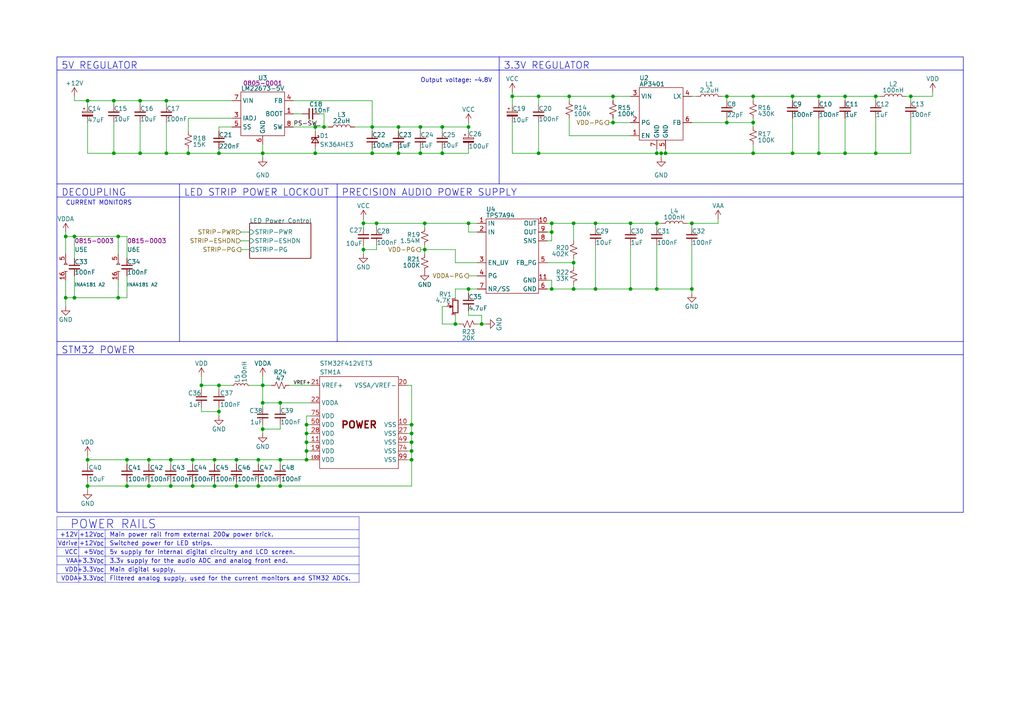
<source format=kicad_sch>
(kicad_sch (version 20230121) (generator eeschema)
  (paper "A4")
  (title_block (title "LightDrum") (rev "REV11") (company "Daxxn Industries"))
  (lib_symbols
    (symbol "Daxxn_Device:L" (pin_numbers hide) (pin_names (offset 0.254) hide)
      (property "Reference" "L" (at 0.762 1.016 0))
      (property "Value" "L" (at 0.762 -1.016 0))
      (symbol "L_1_1"
        (pin passive line (at 0 2.54 270) (length 0.508) (name "~") (number "1"))
        (pin passive line (at 0 -2.54 90) (length 0.508) (name "~") (number "2"))
      )
    )
    (symbol "Daxxn_IC:INA4181"
      (property "Reference" "U" (at 1.27 6.35 0))
      (property "Value" "INA4181" (at 1.27 3.81 0))
      (property "PartNumber" "0815-0003" (at 1.27 8.89 0))
      (symbol "INA4181_0_0"
        (pin no_connect line (at 36.83 8.89 270) (length 2.54) hide (name "NC") (number "10"))
        (pin no_connect line (at 39.37 8.89 270) (length 2.54) hide (name "NC") (number "11"))
      )
      (symbol "INA4181_1_0"
        (pin power_out line (at 1.27 -5.08 90) (length 2.54) (name "REF") (number "1"))
        (pin output line (at 8.89 0 180) (length 2.54) (name "OUT") (number "2"))
        (pin input line (at -6.35 2.54 0) (length 2.54) (name "IN-") (number "3"))
        (pin input line (at -6.35 -2.54 0) (length 2.54) (name "IN+") (number "4"))
      )
      (symbol "INA4181_2_0"
        (pin input line (at -6.35 -2.54 0) (length 2.54) (name "IN+") (number "6"))
        (pin input line (at -6.35 2.54 0) (length 2.54) (name "IN-") (number "7"))
        (pin output line (at 8.89 0 180) (length 2.54) (name "OUT") (number "8"))
        (pin power_out line (at 1.27 -5.08 90) (length 2.54) (name "REF") (number "9"))
      )
      (symbol "INA4181_3_0"
        (pin power_out line (at 1.27 -5.08 90) (length 2.54) (name "REF") (number "12"))
        (pin output line (at 8.89 0 180) (length 2.54) (name "OUT") (number "13"))
        (pin input line (at -6.35 2.54 0) (length 2.54) (name "IN-") (number "14"))
        (pin input line (at -6.35 -2.54 0) (length 2.54) (name "IN+") (number "15"))
      )
      (symbol "INA4181_4_0"
        (pin input line (at -6.35 -2.54 0) (length 2.54) (name "IN+") (number "17"))
        (pin input line (at -6.35 2.54 0) (length 2.54) (name "IN-") (number "18"))
        (pin output line (at 8.89 0 180) (length 2.54) (name "OUT") (number "19"))
        (pin power_out line (at 1.27 -5.08 90) (length 2.54) (name "REF") (number "20"))
      )
      (symbol "INA4181_5_0"
        (pin power_in line (at 0 -3.81 90) (length 2.54) (name "~") (number "16"))
        (pin power_in line (at 0 3.81 270) (length 2.54) (name "~") (number "5"))
      )
    )
    (symbol "Daxxn_Regulators:AP3401"
      (property "Reference" "U" (at 0 3.81 0))
      (property "Value" "AP3401" (at 0 1.27 0))
      (symbol "AP3401_0_0"
        (pin input line (at -2.54 -13.97 0) (length 2.54) (name "EN") (number "1"))
        (pin open_emitter line (at -2.54 -10.16 0) (length 2.54) (name "PG") (number "2"))
        (pin power_in line (at -2.54 -2.54 0) (length 2.54) (name "VIN") (number "3"))
        (pin power_out line (at 15.24 -2.54 180) (length 2.54) (name "LX") (number "4"))
        (pin power_in line (at 7.62 -17.78 90) (length 2.54) (name "GND") (number "5"))
        (pin input line (at 15.24 -10.16 180) (length 2.54) (name "FB") (number "6"))
        (pin power_in line (at 5.08 -17.78 90) (length 2.54) (name "GND") (number "7"))
      )
    )
    (symbol "Daxxn_Regulators:LM22673-SOIC"
      (property "Reference" "U" (at 0 6.35 0))
      (property "Value" "LM22673-SOIC" (at 0 3.81 0))
      (property "PartNumber" "0805-0001" (at 0 1.27 0))
      (symbol "LM22673-SOIC_0_0"
        (pin power_in line (at 8.89 -6.35 180) (length 2.54) (name "BOOT") (number "1"))
        (pin input line (at -8.89 -7.62 0) (length 2.54) (name "IADJ") (number "3"))
        (pin input line (at 8.89 -2.54 180) (length 2.54) (name "FB") (number "4"))
        (pin input line (at -8.89 -10.16 0) (length 2.54) (name "SS") (number "5"))
        (pin power_in line (at 0 -15.24 90) (length 2.54) (name "GND") (number "6"))
        (pin power_in line (at -8.89 -2.54 0) (length 2.54) (name "VIN") (number "7"))
        (pin open_collector line (at 8.89 -10.16 180) (length 2.54) (name "SW") (number "8"))
        (pin power_in line (at 0 -15.24 90) (length 2.54) hide (name "GND") (number "9"))
      )
    )
    (symbol "Daxxn_Regulators:TPS7A94"
      (property "Reference" "U" (at 0 3.81 0))
      (property "Value" "TPS7A94" (at 0 1.27 0))
      (symbol "TPS7A94_0_0"
        (pin power_in line (at -2.54 -1.27 0) (length 2.54) (name "IN") (number "1"))
        (pin power_out line (at 17.78 -1.27 180) (length 2.54) (name "OUT") (number "10"))
        (pin power_in line (at 17.78 -17.78 180) (length 2.54) (name "GND") (number "11"))
        (pin power_in line (at -2.54 -3.81 0) (length 2.54) (name "IN") (number "2"))
        (pin input line (at -2.54 -12.7 0) (length 2.54) (name "EN_UV") (number "3"))
        (pin output line (at -2.54 -16.51 0) (length 2.54) (name "PG") (number "4"))
        (pin input line (at 17.78 -12.7 180) (length 2.54) (name "FB_PG") (number "5"))
        (pin power_in line (at 17.78 -20.32 180) (length 2.54) (name "GND") (number "6"))
        (pin input line (at -2.54 -20.32 0) (length 2.54) (name "NR/SS") (number "7"))
        (pin input line (at 17.78 -6.35 180) (length 2.54) (name "SNS") (number "8"))
        (pin power_out line (at 17.78 -3.81 180) (length 2.54) (name "OUT") (number "9"))
      )
    )
    (symbol "Daxxn_STMicros:STM32F412VET3"
      (property "Reference" "STM" (at 0 1.27 0))
      (property "Value" "STM32F412VET3" (at 0 3.81 0))
      (symbol "STM32F412VET3_1_0"
        (text "POWER" (at 11.43 -13.97 0) (effects (font (size 2 2) bold)))
        (pin power_in line (at 25.4 -13.97 180) (length 2.54) (name "VSS") (number "10"))
        (pin power_in line (at -2.54 -24.13 0) (length 2.54) (name "VDD") (number "100"))
        (pin power_in line (at -2.54 -19.05 0) (length 2.54) (name "VDD") (number "11"))
        (pin power_in line (at -2.54 -21.59 0) (length 2.54) (name "VDD") (number "19"))
        (pin input line (at 25.4 -2.54 180) (length 2.54) (name "VSSA/VREF-") (number "20"))
        (pin input line (at -2.54 -2.54 0) (length 2.54) (name "VREF+") (number "21"))
        (pin power_in line (at -2.54 -7.62 0) (length 2.54) (name "VDDA") (number "22"))
        (pin power_in line (at 25.4 -16.51 180) (length 2.54) (name "VSS") (number "27"))
        (pin power_in line (at -2.54 -16.51 0) (length 2.54) (name "VDD") (number "28"))
        (pin power_in line (at 25.4 -19.05 180) (length 2.54) (name "VSS") (number "49"))
        (pin power_in line (at -2.54 -13.97 0) (length 2.54) (name "VDD") (number "50"))
        (pin power_in line (at 25.4 -21.59 180) (length 2.54) (name "VSS") (number "74"))
        (pin power_in line (at -2.54 -11.43 0) (length 2.54) (name "VDD") (number "75"))
        (pin power_in line (at 25.4 -24.13 180) (length 2.54) (name "VSS") (number "99"))
      )
      (symbol "STM32F412VET3_2_0"
        (text "CONTROL" (at 12.7 -2.54 0) (effects (font (size 2 2) bold)))
        (pin input line (at -2.54 -10.16 0) (length 2.54) (name "OSC-IN") (number "12"))
        (pin input line (at -2.54 -15.24 0) (length 2.54) (name "OSC-OUT") (number "13"))
        (pin input line (at -2.54 -2.54 0) (length 2.54) (name "~{RST}") (number "14"))
        (pin input line (at 27.94 -12.7 180) (length 2.54) (name "VCAP1") (number "48"))
        (pin power_in line (at 27.94 -2.54 180) (length 2.54) (name "VBAT") (number "6"))
        (pin input line (at 27.94 -15.24 180) (length 2.54) (name "VCAP2") (number "73"))
        (pin input line (at 27.94 -6.35 180) (length 2.54) (name "BOOT0") (number "94"))
      )
      (symbol "STM32F412VET3_3_0"
        (text "IO" (at 19.05 -3.81 0) (effects (font (size 3 3) bold)))
        (pin bidirectional line (at -2.54 -93.98 0) (length 2.54) (name "PE2") (number "1") (alternate "SPI4-SCK" bidirectional line))
        (pin bidirectional line (at 40.64 -2.54 180) (length 2.54) (name "PC0") (number "15"))
        (pin bidirectional line (at 40.64 -5.08 180) (length 2.54) (name "PC1") (number "16"))
        (pin bidirectional line (at 40.64 -7.62 180) (length 2.54) (name "PC2") (number "17"))
        (pin bidirectional line (at 40.64 -10.16 180) (length 2.54) (name "PC3") (number "18"))
        (pin bidirectional line (at -2.54 -96.52 0) (length 2.54) (name "PE3") (number "2"))
        (pin bidirectional line (at -2.54 -2.54 0) (length 2.54) (name "PA0") (number "23") (alternate "TIM2-CH1" bidirectional line))
        (pin bidirectional line (at -2.54 -5.08 0) (length 2.54) (name "PA1") (number "24") (alternate "SPI4-COPI" bidirectional line) (alternate "TIM2-CH2" bidirectional line))
        (pin bidirectional line (at -2.54 -7.62 0) (length 2.54) (name "PA2") (number "25") (alternate "TIM9-CH1" bidirectional line) (alternate "USART2-TX" bidirectional line))
        (pin bidirectional line (at -2.54 -10.16 0) (length 2.54) (name "PA3") (number "26") (alternate "USART2-RX" bidirectional line))
        (pin bidirectional line (at -2.54 -12.7 0) (length 2.54) (name "PA4") (number "29") (alternate "ADC-4" bidirectional line) (alternate "I2S3-WS" bidirectional line))
        (pin bidirectional line (at -2.54 -99.06 0) (length 2.54) (name "PE4") (number "3"))
        (pin bidirectional line (at -2.54 -15.24 0) (length 2.54) (name "PA5") (number "30") (alternate "ADC-5" bidirectional line) (alternate "TIM2-CH1" bidirectional line))
        (pin bidirectional line (at -2.54 -17.78 0) (length 2.54) (name "PA6") (number "31") (alternate "ADC-6" bidirectional line) (alternate "SDIO-CMD" bidirectional line) (alternate "TIM3-CH1" bidirectional line))
        (pin bidirectional line (at -2.54 -20.32 0) (length 2.54) (name "PA7") (number "32") (alternate "ADC-7" bidirectional line))
        (pin bidirectional line (at 40.64 -12.7 180) (length 2.54) (name "PC4") (number "33") (alternate "ADC1-14" bidirectional line))
        (pin bidirectional line (at 40.64 -15.24 180) (length 2.54) (name "PC5") (number "34") (alternate "ADC1-15" bidirectional line) (alternate "USART3-RX" bidirectional line))
        (pin bidirectional line (at -2.54 -45.72 0) (length 2.54) (name "PB0") (number "35") (alternate "ADC-8" bidirectional line) (alternate "TIM3-CH3" bidirectional line))
        (pin bidirectional line (at -2.54 -48.26 0) (length 2.54) (name "PB1") (number "36") (alternate "ADC-9" bidirectional line) (alternate "TIM3-CH4" bidirectional line))
        (pin bidirectional line (at -2.54 -50.8 0) (length 2.54) (name "PB2") (number "37") (alternate "BOOT1" bidirectional line))
        (pin bidirectional line (at -2.54 -106.68 0) (length 2.54) (name "PE7") (number "38"))
        (pin bidirectional line (at 40.64 -88.9 180) (length 2.54) (name "PE8") (number "39"))
        (pin bidirectional line (at -2.54 -101.6 0) (length 2.54) (name "PE5") (number "4") (alternate "TIM9-CH1" bidirectional line))
        (pin bidirectional line (at 40.64 -91.44 180) (length 2.54) (name "PE9") (number "40"))
        (pin bidirectional line (at 40.64 -93.98 180) (length 2.54) (name "PE10") (number "41"))
        (pin bidirectional line (at 40.64 -96.52 180) (length 2.54) (name "PE11") (number "42"))
        (pin bidirectional line (at 40.64 -99.06 180) (length 2.54) (name "PE12") (number "43") (alternate "SPI4-SCK" bidirectional line))
        (pin bidirectional line (at 40.64 -101.6 180) (length 2.54) (name "PE13") (number "44"))
        (pin bidirectional line (at 40.64 -104.14 180) (length 2.54) (name "PE14") (number "45") (alternate "SPI4-COPI" bidirectional line))
        (pin bidirectional line (at 40.64 -106.68 180) (length 2.54) (name "PE15") (number "46"))
        (pin bidirectional line (at -2.54 -71.12 0) (length 2.54) (name "PB10") (number "47") (alternate "I2CFMP1-SCL" bidirectional line) (alternate "USART3-TX" bidirectional line))
        (pin bidirectional line (at -2.54 -104.14 0) (length 2.54) (name "PE6") (number "5") (alternate "SPI4-COPI" bidirectional line))
        (pin bidirectional line (at -2.54 -73.66 0) (length 2.54) (name "PB12") (number "51") (alternate "I2S3-CK" bidirectional line))
        (pin bidirectional line (at -2.54 -76.2 0) (length 2.54) (name "PB13") (number "52") (alternate "SPI4-SCK" bidirectional line))
        (pin bidirectional line (at -2.54 -78.74 0) (length 2.54) (name "PB14") (number "53") (alternate "I2CFMP1-SDA" bidirectional line))
        (pin bidirectional line (at -2.54 -81.28 0) (length 2.54) (name "PB15") (number "54") (alternate "I2CFMP1-SCL" bidirectional line) (alternate "SDIO-CK" bidirectional line))
        (pin bidirectional line (at 40.64 -66.04 180) (length 2.54) (name "PD8") (number "55") (alternate "USART3-TX" bidirectional line))
        (pin bidirectional line (at 40.64 -68.58 180) (length 2.54) (name "PD9") (number "56") (alternate "USART3-RX" bidirectional line))
        (pin bidirectional line (at 40.64 -71.12 180) (length 2.54) (name "PD10") (number "57"))
        (pin bidirectional line (at 40.64 -73.66 180) (length 2.54) (name "PD11") (number "58"))
        (pin bidirectional line (at 40.64 -76.2 180) (length 2.54) (name "PD12") (number "59") (alternate "I2CFMP1-SCL" bidirectional line))
        (pin bidirectional line (at 40.64 -78.74 180) (length 2.54) (name "PD13") (number "60") (alternate "I2CFMP1-SDA" bidirectional line))
        (pin bidirectional line (at 40.64 -81.28 180) (length 2.54) (name "PD14") (number "61") (alternate "I2CFMP1-SCL" bidirectional line))
        (pin bidirectional line (at 40.64 -83.82 180) (length 2.54) (name "PD15") (number "62") (alternate "I2CFMP1-SDA" bidirectional line))
        (pin bidirectional line (at 40.64 -17.78 180) (length 2.54) (name "PC6") (number "63") (alternate "I2CFMP1-SCL" bidirectional line) (alternate "TIM3-CH1" bidirectional line))
        (pin bidirectional line (at 40.64 -20.32 180) (length 2.54) (name "PC7") (number "64") (alternate "I2CFMP1-SDA" bidirectional line))
        (pin bidirectional line (at 40.64 -22.86 180) (length 2.54) (name "PC8") (number "65") (alternate "SDIO-D0" bidirectional line) (alternate "TIM3-CH3" bidirectional line))
        (pin bidirectional line (at 40.64 -25.4 180) (length 2.54) (name "PC9") (number "66") (alternate "TIM3-CH4" bidirectional line))
        (pin bidirectional line (at -2.54 -22.86 0) (length 2.54) (name "PA8") (number "67"))
        (pin bidirectional line (at -2.54 -25.4 0) (length 2.54) (name "PA9") (number "68") (alternate "USART1-TX" bidirectional line))
        (pin bidirectional line (at -2.54 -27.94 0) (length 2.54) (name "PA10") (number "69") (alternate "USART1-RX" bidirectional line))
        (pin output line (at 40.64 -35.56 180) (length 2.54) (name "TAMP1") (number "7"))
        (pin bidirectional line (at -2.54 -30.48 0) (length 2.54) (name "PA11") (number "70"))
        (pin bidirectional line (at -2.54 -33.02 0) (length 2.54) (name "PA12") (number "71"))
        (pin bidirectional line (at -2.54 -35.56 0) (length 2.54) (name "PA13") (number "72") (alternate "SWDIO" bidirectional line))
        (pin bidirectional line (at -2.54 -38.1 0) (length 2.54) (name "PA14") (number "76") (alternate "SWCLK" bidirectional line))
        (pin bidirectional line (at -2.54 -40.64 0) (length 2.54) (name "PA15") (number "77") (alternate "I2S3-WS" bidirectional line) (alternate "TIM2-CH1" bidirectional line) (alternate "USART1-TX" bidirectional line))
        (pin bidirectional line (at 40.64 -27.94 180) (length 2.54) (name "PC10") (number "78") (alternate "I2S3-CK" bidirectional line) (alternate "USART3-TX" bidirectional line))
        (pin bidirectional line (at 40.64 -30.48 180) (length 2.54) (name "PC11") (number "79") (alternate "USART3-RX" bidirectional line))
        (pin bidirectional line (at 40.64 -38.1 180) (length 2.54) (name "PC14/OSC32-IN") (number "8") (alternate "OSC32-IN" input line))
        (pin bidirectional line (at 40.64 -33.02 180) (length 2.54) (name "PC12") (number "80") (alternate "I2S3-SD" bidirectional line) (alternate "SDIO-CK" bidirectional line))
        (pin bidirectional line (at 40.64 -45.72 180) (length 2.54) (name "PD0") (number "81"))
        (pin bidirectional line (at 40.64 -48.26 180) (length 2.54) (name "PD1") (number "82"))
        (pin bidirectional line (at 40.64 -50.8 180) (length 2.54) (name "PD2") (number "83") (alternate "SDIO-CMD" bidirectional line))
        (pin bidirectional line (at 40.64 -53.34 180) (length 2.54) (name "PD3") (number "84"))
        (pin bidirectional line (at 40.64 -55.88 180) (length 2.54) (name "PD4") (number "85"))
        (pin bidirectional line (at 40.64 -58.42 180) (length 2.54) (name "PD5") (number "86") (alternate "USART2-TX" bidirectional line))
        (pin bidirectional line (at 40.64 -60.96 180) (length 2.54) (name "PD6") (number "87") (alternate "I2S3-SD" bidirectional line) (alternate "USART2-RX" bidirectional line))
        (pin bidirectional line (at 40.64 -63.5 180) (length 2.54) (name "PD7") (number "88"))
        (pin bidirectional line (at -2.54 -53.34 0) (length 2.54) (name "PB3") (number "89") (alternate "I2CFMP1-SDA" bidirectional line) (alternate "I2S3-CK" bidirectional line) (alternate "SWO" bidirectional line) (alternate "TIM2-CH2" bidirectional line) (alternate "USART1-RX" bidirectional line))
        (pin bidirectional line (at 40.64 -40.64 180) (length 2.54) (name "PC15/OSC32-OUT") (number "9") (alternate "OSC32-OUT" input line))
        (pin bidirectional line (at -2.54 -55.88 0) (length 2.54) (name "PB4") (number "90") (alternate "SDIO-D0" bidirectional line) (alternate "TIM3-CH1" bidirectional line))
        (pin bidirectional line (at -2.54 -58.42 0) (length 2.54) (name "PB5") (number "91") (alternate "I2S3-SD" bidirectional line))
        (pin bidirectional line (at -2.54 -60.96 0) (length 2.54) (name "PB6") (number "92") (alternate "I2C1-SCL" bidirectional line) (alternate "SDIO-D0" bidirectional line) (alternate "USART1-TX" bidirectional line))
        (pin bidirectional line (at -2.54 -63.5 0) (length 2.54) (name "PB7") (number "93") (alternate "I2C1-SDA" bidirectional line) (alternate "USART1-RX" bidirectional line))
        (pin bidirectional line (at -2.54 -66.04 0) (length 2.54) (name "PB8") (number "95") (alternate "I2C1-SCL" bidirectional line))
        (pin bidirectional line (at -2.54 -68.58 0) (length 2.54) (name "PB9") (number "96") (alternate "I2C1-SDA" bidirectional line))
        (pin bidirectional line (at -2.54 -88.9 0) (length 2.54) (name "PE0") (number "97"))
        (pin bidirectional line (at -2.54 -91.44 0) (length 2.54) (name "PE1") (number "98"))
      )
    )
    (symbol "Device:C_Polarized_Small" (pin_numbers hide) (pin_names (offset 0.254) hide)
      (property "Reference" "C" (at 0.254 1.778 0))
      (property "Value" "C_Polarized_Small" (at 0.254 -2.032 0))
      (symbol "C_Polarized_Small_1_1"
        (pin passive line (at 0 2.54 270) (length 1.8542) (name "~") (number "1"))
        (pin passive line (at 0 -2.54 90) (length 1.8542) (name "~") (number "2"))
      )
    )
    (symbol "Device:C_Small" (pin_numbers hide) (pin_names (offset 0.254) hide)
      (property "Reference" "C" (at 0.254 1.778 0))
      (property "Value" "C_Small" (at 0.254 -2.032 0))
      (symbol "C_Small_1_1"
        (pin passive line (at 0 2.54 270) (length 2.032) (name "~") (number "1"))
        (pin passive line (at 0 -2.54 90) (length 2.032) (name "~") (number "2"))
      )
    )
    (symbol "Device:D_Schottky_Small" (pin_numbers hide) (pin_names (offset 0.254) hide)
      (property "Reference" "D" (at -1.27 2.032 0))
      (property "Value" "D_Schottky_Small" (at -7.112 -2.032 0))
      (symbol "D_Schottky_Small_1_1"
        (pin passive line (at -2.54 0 0) (length 1.778) (name "K") (number "1"))
        (pin passive line (at 2.54 0 180) (length 1.778) (name "A") (number "2"))
      )
    )
    (symbol "Device:L" (pin_numbers hide) (pin_names (offset 1.016) hide)
      (property "Reference" "L" (at -1.27 0 90))
      (property "Value" "L" (at 1.905 0 90))
      (symbol "L_1_1"
        (pin passive line (at 0 3.81 270) (length 1.27) (name "1") (number "1"))
        (pin passive line (at 0 -3.81 90) (length 1.27) (name "2") (number "2"))
      )
    )
    (symbol "Device:R_Potentiometer_Small" (pin_names (offset 1.016) hide)
      (property "Reference" "RV" (at -4.445 0 90))
      (property "Value" "R_Potentiometer_Small" (at -2.54 0 90))
      (symbol "R_Potentiometer_Small_1_1"
        (pin passive line (at 0 2.54 270) (length 0.635) (name "1") (number "1"))
        (pin passive line (at 2.54 0 180) (length 0.9906) (name "2") (number "2"))
        (pin passive line (at 0 -2.54 90) (length 0.635) (name "3") (number "3"))
      )
    )
    (symbol "Device:R_Small_US" (pin_numbers hide) (pin_names (offset 0.254) hide)
      (property "Reference" "R" (at 0.762 0.508 0))
      (property "Value" "R_Small_US" (at 0.762 -1.016 0))
      (symbol "R_Small_US_1_1"
        (pin passive line (at 0 2.54 270) (length 1.016) (name "~") (number "1"))
        (pin passive line (at 0 -2.54 90) (length 1.016) (name "~") (number "2"))
      )
    )
    (symbol "power:+12V" (power) (pin_names (offset 0))
      (property "Value" "+12V" (at 0 3.556 0))
      (symbol "+12V_1_1"
        (pin power_in line (at 0 0 90) (length 0) hide (name "+12V") (number "1"))
      )
    )
    (symbol "power:GND" (power) (pin_names (offset 0))
      (property "Value" "GND" (at 0 -3.81 0))
      (symbol "GND_1_1"
        (pin power_in line (at 0 0 270) (length 0) hide (name "GND") (number "1"))
      )
    )
    (symbol "power:VAA" (power) (pin_names (offset 0))
      (property "Value" "VAA" (at 0 3.81 0))
      (symbol "VAA_1_1"
        (pin power_in line (at 0 0 90) (length 0) hide (name "VAA") (number "1"))
      )
    )
    (symbol "power:VCC" (power) (pin_names (offset 0))
      (property "Value" "VCC" (at 0 3.81 0))
      (symbol "VCC_1_1"
        (pin power_in line (at 0 0 90) (length 0) hide (name "VCC") (number "1"))
      )
    )
    (symbol "power:VDD" (power) (pin_names (offset 0))
      (property "Value" "VDD" (at 0 3.81 0))
      (symbol "VDD_1_1"
        (pin power_in line (at 0 0 90) (length 0) hide (name "VDD") (number "1"))
      )
    )
    (symbol "power:VDDA" (power) (pin_names (offset 0))
      (property "Value" "VDDA" (at 0 3.81 0))
      (symbol "VDDA_1_1"
        (pin power_in line (at 0 0 90) (length 0) hide (name "VDDA") (number "1"))
      )
    )
  )
  (junction (at 109.22 64.77))
  (junction (at 172.72 64.77))
  (junction (at 62.23 140.97))
  (junction (at 34.29 68.58))
  (junction (at 135.89 64.77))
  (junction (at 74.93 133.35))
  (junction (at 48.26 29.21))
  (junction (at 43.18 140.97))
  (junction (at 105.41 72.39))
  (junction (at 63.5 44.45))
  (junction (at 121.92 36.83))
  (junction (at 40.64 29.21))
  (junction (at 88.9 125.73))
  (junction (at 36.83 140.97))
  (junction (at 107.95 44.45))
  (junction (at 81.28 133.35))
  (junction (at 237.49 27.94))
  (junction (at 25.4 29.21))
  (junction (at 119.38 133.35))
  (junction (at 254 44.45))
  (junction (at 68.58 140.97))
  (junction (at 156.21 27.94))
  (junction (at 190.5 64.77))
  (junction (at 49.53 133.35))
  (junction (at 58.42 111.76))
  (junction (at 160.02 64.77))
  (junction (at 76.2 116.84))
  (junction (at 34.29 86.36))
  (junction (at 128.27 36.83))
  (junction (at 264.16 27.94))
  (junction (at 229.87 44.45))
  (junction (at 48.26 44.45))
  (junction (at 40.64 44.45))
  (junction (at 93.98 36.83))
  (junction (at 160.02 83.82))
  (junction (at 19.05 68.58))
  (junction (at 55.88 133.35))
  (junction (at 166.37 83.82))
  (junction (at 229.87 27.94))
  (junction (at 210.82 35.56))
  (junction (at 160.02 67.31))
  (junction (at 200.66 64.77))
  (junction (at 21.59 68.58))
  (junction (at 25.4 133.35))
  (junction (at 245.11 44.45))
  (junction (at 148.59 27.94))
  (junction (at 172.72 83.82))
  (junction (at 76.2 111.76))
  (junction (at 21.59 86.36))
  (junction (at 33.02 44.45))
  (junction (at 182.88 83.82))
  (junction (at 166.37 76.2))
  (junction (at 19.05 86.36))
  (junction (at 135.89 36.83))
  (junction (at 81.28 140.97))
  (junction (at 245.11 27.94))
  (junction (at 237.49 44.45))
  (junction (at 119.38 130.81))
  (junction (at 76.2 44.45))
  (junction (at 166.37 64.77))
  (junction (at 128.27 44.45))
  (junction (at 218.44 35.56))
  (junction (at 74.93 140.97))
  (junction (at 254 27.94))
  (junction (at 68.58 133.35))
  (junction (at 107.95 36.83))
  (junction (at 177.8 27.94))
  (junction (at 156.21 44.45))
  (junction (at 119.38 123.19))
  (junction (at 165.1 27.94))
  (junction (at 210.82 27.94))
  (junction (at 63.5 111.76))
  (junction (at 63.5 119.38))
  (junction (at 33.02 29.21))
  (junction (at 115.57 44.45))
  (junction (at 88.9 128.27))
  (junction (at 91.44 36.83))
  (junction (at 88.9 133.35))
  (junction (at 91.44 44.45))
  (junction (at 119.38 128.27))
  (junction (at 193.04 44.45))
  (junction (at 191.77 44.45))
  (junction (at 190.5 83.82))
  (junction (at 81.28 116.84))
  (junction (at 139.7 93.98))
  (junction (at 49.53 140.97))
  (junction (at 55.88 140.97))
  (junction (at 115.57 36.83))
  (junction (at 132.08 93.98))
  (junction (at 88.9 123.19))
  (junction (at 200.66 83.82))
  (junction (at 119.38 125.73))
  (junction (at 218.44 27.94))
  (junction (at 121.92 44.45))
  (junction (at 218.44 44.45))
  (junction (at 76.2 124.46))
  (junction (at 177.8 35.56))
  (junction (at 123.19 72.39))
  (junction (at 190.5 44.45))
  (junction (at 54.61 44.45))
  (junction (at 135.89 83.82))
  (junction (at 43.18 133.35))
  (junction (at 88.9 130.81))
  (junction (at 182.88 64.77))
  (junction (at 25.4 140.97))
  (junction (at 36.83 133.35))
  (junction (at 123.19 64.77))
  (junction (at 62.23 133.35))
  (junction (at 105.41 64.77))
  (wire (pts (xy 119.38 128.27) (xy 119.38 125.73)))
  (wire (pts (xy 34.29 68.58) (xy 21.59 68.58)))
  (wire (pts (xy 210.82 34.29) (xy 210.82 35.56)))
  (wire (pts (xy 133.35 93.98) (xy 132.08 93.98)))
  (wire (pts (xy 139.7 91.44) (xy 139.7 93.98)))
  (wire (pts (xy 135.89 83.82) (xy 138.43 83.82)))
  (wire (pts (xy 76.2 116.84) (xy 76.2 118.11)))
  (wire (pts (xy 62.23 133.35) (xy 62.23 134.62)))
  (wire (pts (xy 36.83 80.01) (xy 36.83 86.36)))
  (wire (pts (xy 62.23 133.35) (xy 68.58 133.35)))
  (wire (pts (xy 158.75 69.85) (xy 160.02 69.85)))
  (wire (pts (xy 218.44 35.56) (xy 218.44 36.83)))
  (wire (pts (xy 25.4 140.97) (xy 25.4 142.24)))
  (polyline (pts (xy 16.51 156.21) (xy 16.51 158.75)) (stroke (width 0.1) (type solid)))
  (wire (pts (xy 68.58 133.35) (xy 74.93 133.35)))
  (polyline (pts (xy 22.86 161.29) (xy 30.48 161.29)) (stroke (width 0.1) (type solid)))
  (wire (pts (xy 148.59 27.94) (xy 148.59 26.67)))
  (wire (pts (xy 190.5 71.12) (xy 190.5 83.82)))
  (wire (pts (xy 88.9 128.27) (xy 90.17 128.27)))
  (polyline (pts (xy 16.51 153.67) (xy 16.51 149.86)) (stroke (width 0.1) (type solid)))
  (wire (pts (xy 88.9 120.65) (xy 90.17 120.65)))
  (wire (pts (xy 200.66 35.56) (xy 210.82 35.56)))
  (wire (pts (xy 262.89 27.94) (xy 264.16 27.94)))
  (wire (pts (xy 36.83 133.35) (xy 43.18 133.35)))
  (polyline (pts (xy 16.51 16.51) (xy 16.51 53.34)))
  (polyline (pts (xy 22.86 168.91) (xy 22.86 166.37)) (stroke (width 0.1) (type solid)))
  (wire (pts (xy 118.11 128.27) (xy 119.38 128.27)))
  (polyline (pts (xy 16.51 168.91) (xy 22.86 168.91)) (stroke (width 0.1) (type solid)))
  (wire (pts (xy 245.11 27.94) (xy 254 27.94)))
  (wire (pts (xy 85.09 29.21) (xy 107.95 29.21)))
  (polyline (pts (xy 22.86 156.21) (xy 22.86 158.75)) (stroke (width 0.1) (type solid)))
  (wire (pts (xy 81.28 133.35) (xy 88.9 133.35)))
  (wire (pts (xy 54.61 34.29) (xy 54.61 38.1)))
  (wire (pts (xy 36.83 74.93) (xy 36.83 68.58)))
  (wire (pts (xy 40.64 29.21) (xy 40.64 30.48)))
  (wire (pts (xy 128.27 43.18) (xy 128.27 44.45)))
  (wire (pts (xy 68.58 133.35) (xy 68.58 134.62)))
  (wire (pts (xy 49.53 140.97) (xy 55.88 140.97)))
  (wire (pts (xy 43.18 140.97) (xy 49.53 140.97)))
  (wire (pts (xy 76.2 109.22) (xy 76.2 111.76)))
  (wire (pts (xy 245.11 44.45) (xy 237.49 44.45)))
  (wire (pts (xy 34.29 86.36) (xy 21.59 86.36)))
  (wire (pts (xy 55.88 133.35) (xy 55.88 134.62)))
  (wire (pts (xy 105.41 64.77) (xy 105.41 66.04)))
  (polyline (pts (xy 16.51 148.59) (xy 279.4 148.59)))
  (wire (pts (xy 148.59 27.94) (xy 156.21 27.94)))
  (wire (pts (xy 91.44 44.45) (xy 107.95 44.45)))
  (wire (pts (xy 76.2 44.45) (xy 76.2 45.72)))
  (wire (pts (xy 76.2 111.76) (xy 78.74 111.76)))
  (wire (pts (xy 109.22 71.12) (xy 109.22 72.39)))
  (wire (pts (xy 48.26 29.21) (xy 67.31 29.21)))
  (wire (pts (xy 200.66 71.12) (xy 200.66 83.82)))
  (wire (pts (xy 25.4 29.21) (xy 21.59 29.21)))
  (wire (pts (xy 237.49 34.29) (xy 237.49 44.45)))
  (wire (pts (xy 121.92 36.83) (xy 128.27 36.83)))
  (wire (pts (xy 33.02 29.21) (xy 25.4 29.21)))
  (polyline (pts (xy 30.48 158.75) (xy 104.14 158.75)) (stroke (width 0.1) (type solid)))
  (wire (pts (xy 121.92 44.45) (xy 128.27 44.45)))
  (polyline (pts (xy 104.14 158.75) (xy 104.14 156.21)) (stroke (width 0.1) (type solid)))
  (wire (pts (xy 107.95 36.83) (xy 107.95 38.1)))
  (wire (pts (xy 237.49 27.94) (xy 229.87 27.94)))
  (wire (pts (xy 115.57 43.18) (xy 115.57 44.45)))
  (wire (pts (xy 132.08 83.82) (xy 135.89 83.82)))
  (wire (pts (xy 63.5 111.76) (xy 67.31 111.76)))
  (wire (pts (xy 34.29 73.66) (xy 34.29 68.58)))
  (wire (pts (xy 245.11 44.45) (xy 254 44.45)))
  (wire (pts (xy 25.4 44.45) (xy 33.02 44.45)))
  (wire (pts (xy 54.61 44.45) (xy 63.5 44.45)))
  (polyline (pts (xy 16.51 166.37) (xy 16.51 168.91)) (stroke (width 0.1) (type solid)))
  (wire (pts (xy 218.44 44.45) (xy 193.04 44.45)))
  (wire (pts (xy 166.37 74.93) (xy 166.37 76.2)))
  (polyline (pts (xy 52.07 57.15) (xy 97.79 57.15)))
  (wire (pts (xy 54.61 34.29) (xy 67.31 34.29)))
  (wire (pts (xy 58.42 111.76) (xy 63.5 111.76)))
  (wire (pts (xy 229.87 44.45) (xy 218.44 44.45)))
  (polyline (pts (xy 104.14 163.83) (xy 104.14 161.29)) (stroke (width 0.1) (type solid)))
  (wire (pts (xy 36.83 133.35) (xy 36.83 134.62)))
  (wire (pts (xy 209.55 27.94) (xy 210.82 27.94)))
  (polyline (pts (xy 30.48 156.21) (xy 104.14 156.21)) (stroke (width 0.1) (type solid)))
  (wire (pts (xy 76.2 44.45) (xy 91.44 44.45)))
  (wire (pts (xy 218.44 34.29) (xy 218.44 35.56)))
  (wire (pts (xy 25.4 29.21) (xy 25.4 30.48)))
  (wire (pts (xy 43.18 139.7) (xy 43.18 140.97)))
  (wire (pts (xy 49.53 133.35) (xy 55.88 133.35)))
  (wire (pts (xy 36.83 86.36) (xy 34.29 86.36)))
  (wire (pts (xy 33.02 35.56) (xy 33.02 44.45)))
  (wire (pts (xy 85.09 33.02) (xy 87.63 33.02)))
  (wire (pts (xy 21.59 80.01) (xy 21.59 86.36)))
  (polyline (pts (xy 52.07 53.34) (xy 97.79 53.34)))
  (wire (pts (xy 172.72 64.77) (xy 172.72 66.04)))
  (wire (pts (xy 270.51 26.67) (xy 270.51 27.94)))
  (wire (pts (xy 182.88 27.94) (xy 177.8 27.94)))
  (polyline (pts (xy 16.51 16.51) (xy 144.78 16.51)))
  (wire (pts (xy 166.37 83.82) (xy 166.37 82.55)))
  (wire (pts (xy 25.4 140.97) (xy 36.83 140.97)))
  (wire (pts (xy 166.37 83.82) (xy 160.02 83.82)))
  (wire (pts (xy 200.66 64.77) (xy 208.28 64.77)))
  (wire (pts (xy 172.72 71.12) (xy 172.72 83.82)))
  (wire (pts (xy 128.27 36.83) (xy 135.89 36.83)))
  (wire (pts (xy 55.88 140.97) (xy 62.23 140.97)))
  (wire (pts (xy 208.28 63.5) (xy 208.28 64.77)))
  (polyline (pts (xy 30.48 158.75) (xy 22.86 158.75)) (stroke (width 0.1) (type solid)))
  (wire (pts (xy 135.89 35.56) (xy 135.89 36.83)))
  (wire (pts (xy 105.41 71.12) (xy 105.41 72.39)))
  (polyline (pts (xy 16.51 149.86) (xy 104.14 149.86)) (stroke (width 0.1) (type solid)))
  (wire (pts (xy 119.38 125.73) (xy 119.38 123.19)))
  (wire (pts (xy 118.11 130.81) (xy 119.38 130.81)))
  (wire (pts (xy 21.59 68.58) (xy 19.05 68.58)))
  (wire (pts (xy 165.1 34.29) (xy 165.1 39.37)))
  (polyline (pts (xy 16.51 57.15) (xy 16.51 99.06)))
  (wire (pts (xy 200.66 83.82) (xy 190.5 83.82)))
  (wire (pts (xy 182.88 64.77) (xy 190.5 64.77)))
  (wire (pts (xy 21.59 68.58) (xy 21.59 74.93)))
  (wire (pts (xy 107.95 44.45) (xy 115.57 44.45)))
  (wire (pts (xy 36.83 68.58) (xy 34.29 68.58)))
  (wire (pts (xy 25.4 133.35) (xy 36.83 133.35)))
  (wire (pts (xy 107.95 43.18) (xy 107.95 44.45)))
  (wire (pts (xy 156.21 44.45) (xy 190.5 44.45)))
  (polyline (pts (xy 144.78 20.32) (xy 144.78 53.34)))
  (wire (pts (xy 74.93 133.35) (xy 74.93 134.62)))
  (wire (pts (xy 19.05 67.31) (xy 19.05 68.58)))
  (wire (pts (xy 19.05 81.28) (xy 19.05 86.36)))
  (polyline (pts (xy 30.48 153.67) (xy 30.48 156.21)) (stroke (width 0.1) (type solid)))
  (polyline (pts (xy 16.51 163.83) (xy 16.51 166.37)) (stroke (width 0.1) (type solid)))
  (wire (pts (xy 105.41 63.5) (xy 105.41 64.77)))
  (wire (pts (xy 165.1 27.94) (xy 165.1 29.21)))
  (polyline (pts (xy 16.51 153.67) (xy 22.86 153.67)) (stroke (width 0.1) (type solid)))
  (wire (pts (xy 138.43 93.98) (xy 139.7 93.98)))
  (polyline (pts (xy 22.86 153.67) (xy 30.48 153.67)) (stroke (width 0.1) (type solid)))
  (wire (pts (xy 36.83 139.7) (xy 36.83 140.97)))
  (wire (pts (xy 193.04 44.45) (xy 193.04 43.18)))
  (polyline (pts (xy 104.14 168.91) (xy 104.14 166.37)) (stroke (width 0.1) (type solid)))
  (polyline (pts (xy 97.79 53.34) (xy 97.79 57.15)))
  (polyline (pts (xy 16.51 166.37) (xy 22.86 166.37)) (stroke (width 0.1) (type solid)))
  (polyline (pts (xy 144.78 16.51) (xy 144.78 20.32)))
  (wire (pts (xy 135.89 83.82) (xy 135.89 85.09)))
  (wire (pts (xy 165.1 27.94) (xy 156.21 27.94)))
  (wire (pts (xy 123.19 64.77) (xy 123.19 66.04)))
  (wire (pts (xy 36.83 140.97) (xy 43.18 140.97)))
  (wire (pts (xy 218.44 27.94) (xy 210.82 27.94)))
  (wire (pts (xy 63.5 119.38) (xy 63.5 118.11)))
  (wire (pts (xy 237.49 27.94) (xy 237.49 29.21)))
  (wire (pts (xy 69.85 72.39) (xy 72.39 72.39)))
  (wire (pts (xy 40.64 44.45) (xy 48.26 44.45)))
  (polyline (pts (xy 279.4 16.51) (xy 279.4 20.32)))
  (wire (pts (xy 40.64 35.56) (xy 40.64 44.45)))
  (wire (pts (xy 158.75 67.31) (xy 160.02 67.31)))
  (polyline (pts (xy 97.79 53.34) (xy 144.78 53.34)))
  (polyline (pts (xy 29.21 168.91) (xy 104.14 168.91)) (stroke (width 0.1) (type solid)))
  (polyline (pts (xy 279.4 57.15) (xy 97.79 57.15)))
  (wire (pts (xy 118.11 111.76) (xy 119.38 111.76)))
  (wire (pts (xy 58.42 119.38) (xy 63.5 119.38)))
  (wire (pts (xy 33.02 29.21) (xy 33.02 30.48)))
  (wire (pts (xy 218.44 27.94) (xy 229.87 27.94)))
  (polyline (pts (xy 16.51 99.06) (xy 52.07 99.06)))
  (wire (pts (xy 76.2 111.76) (xy 76.2 116.84)))
  (wire (pts (xy 156.21 35.56) (xy 156.21 44.45)))
  (wire (pts (xy 132.08 86.36) (xy 132.08 83.82)))
  (polyline (pts (xy 279.4 99.06) (xy 279.4 57.15)))
  (wire (pts (xy 210.82 35.56) (xy 218.44 35.56)))
  (wire (pts (xy 132.08 72.39) (xy 123.19 72.39)))
  (wire (pts (xy 182.88 71.12) (xy 182.88 83.82)))
  (wire (pts (xy 135.89 67.31) (xy 135.89 64.77)))
  (wire (pts (xy 245.11 29.21) (xy 245.11 27.94)))
  (wire (pts (xy 270.51 27.94) (xy 264.16 27.94)))
  (wire (pts (xy 81.28 123.19) (xy 81.28 124.46)))
  (wire (pts (xy 76.2 44.45) (xy 76.2 41.91)))
  (wire (pts (xy 191.77 44.45) (xy 193.04 44.45)))
  (polyline (pts (xy 22.86 156.21) (xy 30.48 156.21)) (stroke (width 0.1) (type solid)))
  (wire (pts (xy 58.42 111.76) (xy 58.42 113.03)))
  (wire (pts (xy 109.22 64.77) (xy 109.22 66.04)))
  (wire (pts (xy 138.43 67.31) (xy 135.89 67.31)))
  (wire (pts (xy 48.26 29.21) (xy 48.26 30.48)))
  (wire (pts (xy 118.11 125.73) (xy 119.38 125.73)))
  (wire (pts (xy 166.37 64.77) (xy 160.02 64.77)))
  (polyline (pts (xy 22.86 163.83) (xy 22.86 161.29)) (stroke (width 0.1) (type solid)))
  (wire (pts (xy 19.05 86.36) (xy 19.05 88.9)))
  (polyline (pts (xy 279.4 102.87) (xy 279.4 99.06)))
  (wire (pts (xy 128.27 36.83) (xy 128.27 38.1)))
  (polyline (pts (xy 104.14 166.37) (xy 104.14 163.83)) (stroke (width 0.1) (type solid)))
  (wire (pts (xy 190.5 43.18) (xy 190.5 44.45)))
  (wire (pts (xy 128.27 93.98) (xy 132.08 93.98)))
  (wire (pts (xy 254 27.94) (xy 254 29.21)))
  (wire (pts (xy 148.59 30.48) (xy 148.59 27.94)))
  (wire (pts (xy 54.61 43.18) (xy 54.61 44.45)))
  (wire (pts (xy 182.88 83.82) (xy 190.5 83.82)))
  (wire (pts (xy 172.72 83.82) (xy 182.88 83.82)))
  (wire (pts (xy 237.49 44.45) (xy 229.87 44.45)))
  (wire (pts (xy 160.02 64.77) (xy 158.75 64.77)))
  (wire (pts (xy 121.92 43.18) (xy 121.92 44.45)))
  (polyline (pts (xy 22.86 166.37) (xy 22.86 163.83)) (stroke (width 0.1) (type solid)))
  (wire (pts (xy 88.9 133.35) (xy 90.17 133.35)))
  (polyline (pts (xy 30.48 166.37) (xy 30.48 163.83)) (stroke (width 0.1) (type solid)))
  (wire (pts (xy 264.16 44.45) (xy 254 44.45)))
  (wire (pts (xy 88.9 128.27) (xy 88.9 130.81)))
  (wire (pts (xy 218.44 29.21) (xy 218.44 27.94)))
  (wire (pts (xy 19.05 73.66) (xy 19.05 68.58)))
  (wire (pts (xy 81.28 124.46) (xy 76.2 124.46)))
  (wire (pts (xy 74.93 140.97) (xy 68.58 140.97)))
  (polyline (pts (xy 97.79 57.15) (xy 97.79 99.06)))
  (wire (pts (xy 177.8 35.56) (xy 177.8 34.29)))
  (wire (pts (xy 264.16 27.94) (xy 264.16 29.21)))
  (wire (pts (xy 88.9 130.81) (xy 90.17 130.81)))
  (polyline (pts (xy 22.86 153.67) (xy 22.86 156.21)) (stroke (width 0.1) (type solid)))
  (wire (pts (xy 88.9 123.19) (xy 88.9 125.73)))
  (wire (pts (xy 69.85 69.85) (xy 72.39 69.85)))
  (wire (pts (xy 74.93 139.7) (xy 74.93 140.97)))
  (polyline (pts (xy 22.86 166.37) (xy 30.48 166.37)) (stroke (width 0.1) (type solid)))
  (wire (pts (xy 135.89 43.18) (xy 135.89 44.45)))
  (polyline (pts (xy 16.51 163.83) (xy 22.86 163.83)) (stroke (width 0.1) (type solid)))
  (wire (pts (xy 107.95 36.83) (xy 115.57 36.83)))
  (wire (pts (xy 172.72 83.82) (xy 166.37 83.82)))
  (wire (pts (xy 92.71 33.02) (xy 93.98 33.02)))
  (wire (pts (xy 119.38 130.81) (xy 119.38 128.27)))
  (polyline (pts (xy 52.07 57.15) (xy 52.07 99.06)))
  (polyline (pts (xy 16.51 102.87) (xy 16.51 148.59)))
  (wire (pts (xy 48.26 35.56) (xy 48.26 44.45)))
  (wire (pts (xy 81.28 139.7) (xy 81.28 140.97)))
  (wire (pts (xy 156.21 27.94) (xy 156.21 30.48)))
  (polyline (pts (xy 144.78 20.32) (xy 279.4 20.32)))
  (wire (pts (xy 182.88 64.77) (xy 182.88 66.04)))
  (polyline (pts (xy 279.4 148.59) (xy 279.4 102.87)))
  (wire (pts (xy 68.58 139.7) (xy 68.58 140.97)))
  (wire (pts (xy 58.42 118.11) (xy 58.42 119.38)))
  (polyline (pts (xy 104.14 156.21) (xy 104.14 153.67)) (stroke (width 0.1) (type solid)))
  (wire (pts (xy 245.11 34.29) (xy 245.11 44.45)))
  (wire (pts (xy 25.4 139.7) (xy 25.4 140.97)))
  (wire (pts (xy 123.19 64.77) (xy 135.89 64.77)))
  (wire (pts (xy 25.4 35.56) (xy 25.4 44.45)))
  (wire (pts (xy 158.75 81.28) (xy 160.02 81.28)))
  (wire (pts (xy 55.88 133.35) (xy 62.23 133.35)))
  (polyline (pts (xy 16.51 161.29) (xy 22.86 161.29)) (stroke (width 0.1) (type solid)))
  (wire (pts (xy 81.28 140.97) (xy 74.93 140.97)))
  (wire (pts (xy 48.26 44.45) (xy 54.61 44.45)))
  (wire (pts (xy 190.5 44.45) (xy 191.77 44.45)))
  (wire (pts (xy 21.59 86.36) (xy 19.05 86.36)))
  (wire (pts (xy 199.39 64.77) (xy 200.66 64.77)))
  (polyline (pts (xy 144.78 16.51) (xy 279.4 16.51)))
  (polyline (pts (xy 30.48 161.29) (xy 104.14 161.29)) (stroke (width 0.1) (type solid)))
  (wire (pts (xy 107.95 29.21) (xy 107.95 36.83)))
  (wire (pts (xy 109.22 72.39) (xy 105.41 72.39)))
  (polyline (pts (xy 30.48 156.21) (xy 30.48 158.75)) (stroke (width 0.1) (type solid)))
  (wire (pts (xy 166.37 69.85) (xy 166.37 64.77)))
  (polyline (pts (xy 16.51 99.06) (xy 16.51 102.87)))
  (wire (pts (xy 119.38 133.35) (xy 119.38 130.81)))
  (polyline (pts (xy 30.48 168.91) (xy 30.48 166.37)) (stroke (width 0.1) (type solid)))
  (wire (pts (xy 62.23 140.97) (xy 62.23 139.7)))
  (wire (pts (xy 121.92 72.39) (xy 123.19 72.39)))
  (polyline (pts (xy 16.51 153.67) (xy 16.51 156.21)) (stroke (width 0.1) (type solid)))
  (polyline (pts (xy 97.79 99.06) (xy 52.07 99.06)))
  (wire (pts (xy 25.4 133.35) (xy 25.4 134.62)))
  (wire (pts (xy 135.89 91.44) (xy 139.7 91.44)))
  (polyline (pts (xy 30.48 163.83) (xy 30.48 161.29)) (stroke (width 0.1) (type solid)))
  (wire (pts (xy 83.82 111.76) (xy 90.17 111.76)))
  (wire (pts (xy 63.5 44.45) (xy 76.2 44.45)))
  (wire (pts (xy 81.28 133.35) (xy 81.28 134.62)))
  (wire (pts (xy 102.87 36.83) (xy 107.95 36.83)))
  (wire (pts (xy 63.5 36.83) (xy 67.31 36.83)))
  (wire (pts (xy 69.85 67.31) (xy 72.39 67.31)))
  (wire (pts (xy 105.41 64.77) (xy 109.22 64.77)))
  (polyline (pts (xy 30.48 166.37) (xy 104.14 166.37)) (stroke (width 0.1) (type solid)))
  (wire (pts (xy 190.5 64.77) (xy 190.5 66.04)))
  (wire (pts (xy 200.66 83.82) (xy 200.66 85.09)))
  (wire (pts (xy 33.02 44.45) (xy 40.64 44.45)))
  (polyline (pts (xy 52.07 53.34) (xy 52.07 57.15)))
  (wire (pts (xy 132.08 91.44) (xy 132.08 93.98)))
  (wire (pts (xy 43.18 133.35) (xy 43.18 134.62)))
  (polyline (pts (xy 30.48 153.67) (xy 104.14 153.67)) (stroke (width 0.1) (type solid)))
  (polyline (pts (xy 22.86 158.75) (xy 16.51 158.75)) (stroke (width 0.1) (type solid)))
  (wire (pts (xy 95.25 36.83) (xy 93.98 36.83)))
  (wire (pts (xy 85.09 36.83) (xy 91.44 36.83)))
  (wire (pts (xy 132.08 76.2) (xy 138.43 76.2)))
  (wire (pts (xy 76.2 125.73) (xy 76.2 124.46)))
  (wire (pts (xy 160.02 67.31) (xy 160.02 64.77)))
  (wire (pts (xy 34.29 81.28) (xy 34.29 86.36)))
  (wire (pts (xy 68.58 140.97) (xy 62.23 140.97)))
  (polyline (pts (xy 16.51 57.15) (xy 16.51 53.34)))
  (wire (pts (xy 115.57 36.83) (xy 121.92 36.83)))
  (wire (pts (xy 177.8 27.94) (xy 165.1 27.94)))
  (polyline (pts (xy 104.14 161.29) (xy 104.14 158.75)) (stroke (width 0.1) (type solid)))
  (wire (pts (xy 172.72 64.77) (xy 166.37 64.77)))
  (wire (pts (xy 81.28 116.84) (xy 90.17 116.84)))
  (wire (pts (xy 91.44 43.18) (xy 91.44 44.45)))
  (wire (pts (xy 93.98 33.02) (xy 93.98 36.83)))
  (wire (pts (xy 121.92 36.83) (xy 121.92 38.1)))
  (wire (pts (xy 49.53 139.7) (xy 49.53 140.97)))
  (wire (pts (xy 81.28 140.97) (xy 119.38 140.97)))
  (wire (pts (xy 254 34.29) (xy 254 44.45)))
  (wire (pts (xy 177.8 27.94) (xy 177.8 29.21)))
  (wire (pts (xy 128.27 44.45) (xy 135.89 44.45)))
  (wire (pts (xy 115.57 44.45) (xy 121.92 44.45)))
  (polyline (pts (xy 16.51 20.32) (xy 144.78 20.32)))
  (polyline (pts (xy 279.4 20.32) (xy 279.4 53.34)))
  (wire (pts (xy 210.82 27.94) (xy 210.82 29.21)))
  (wire (pts (xy 200.66 27.94) (xy 201.93 27.94)))
  (wire (pts (xy 229.87 34.29) (xy 229.87 44.45)))
  (polyline (pts (xy 16.51 158.75) (xy 16.51 161.29)) (stroke (width 0.1) (type solid)))
  (wire (pts (xy 109.22 64.77) (xy 123.19 64.77)))
  (wire (pts (xy 132.08 76.2) (xy 132.08 72.39)))
  (wire (pts (xy 55.88 139.7) (xy 55.88 140.97)))
  (polyline (pts (xy 16.51 53.34) (xy 52.07 53.34)))
  (wire (pts (xy 40.64 29.21) (xy 48.26 29.21)))
  (wire (pts (xy 182.88 35.56) (xy 177.8 35.56)))
  (wire (pts (xy 128.27 88.9) (xy 128.27 93.98)))
  (polyline (pts (xy 16.51 57.15) (xy 52.07 57.15)))
  (wire (pts (xy 72.39 111.76) (xy 76.2 111.76)))
  (polyline (pts (xy 16.51 156.21) (xy 22.86 156.21)) (stroke (width 0.1) (type solid)))
  (polyline (pts (xy 30.48 158.75) (xy 30.48 161.29)) (stroke (width 0.1) (type solid)))
  (wire (pts (xy 172.72 64.77) (xy 182.88 64.77)))
  (wire (pts (xy 63.5 38.1) (xy 63.5 36.83)))
  (wire (pts (xy 105.41 72.39) (xy 105.41 73.66)))
  (wire (pts (xy 166.37 76.2) (xy 158.75 76.2)))
  (wire (pts (xy 166.37 76.2) (xy 166.37 77.47)))
  (wire (pts (xy 43.18 133.35) (xy 49.53 133.35)))
  (wire (pts (xy 165.1 39.37) (xy 182.88 39.37)))
  (wire (pts (xy 91.44 38.1) (xy 91.44 36.83)))
  (wire (pts (xy 119.38 133.35) (xy 119.38 140.97)))
  (wire (pts (xy 115.57 36.83) (xy 115.57 38.1)))
  (polyline (pts (xy 279.4 53.34) (xy 279.4 57.15)))
  (wire (pts (xy 218.44 41.91) (xy 218.44 44.45)))
  (wire (pts (xy 160.02 69.85) (xy 160.02 67.31)))
  (wire (pts (xy 190.5 64.77) (xy 191.77 64.77)))
  (wire (pts (xy 76.2 124.46) (xy 76.2 123.19)))
  (polyline (pts (xy 22.86 163.83) (xy 30.48 163.83)) (stroke (width 0.1) (type solid)))
  (wire (pts (xy 119.38 111.76) (xy 119.38 123.19)))
  (wire (pts (xy 135.89 64.77) (xy 138.43 64.77)))
  (wire (pts (xy 255.27 27.94) (xy 254 27.94)))
  (wire (pts (xy 88.9 123.19) (xy 90.17 123.19)))
  (wire (pts (xy 245.11 27.94) (xy 237.49 27.94)))
  (wire (pts (xy 88.9 120.65) (xy 88.9 123.19)))
  (wire (pts (xy 76.2 116.84) (xy 81.28 116.84)))
  (wire (pts (xy 63.5 43.18) (xy 63.5 44.45)))
  (wire (pts (xy 135.89 91.44) (xy 135.89 90.17)))
  (wire (pts (xy 25.4 132.08) (xy 25.4 133.35)))
  (wire (pts (xy 119.38 123.19) (xy 118.11 123.19)))
  (wire (pts (xy 81.28 116.84) (xy 81.28 118.11)))
  (wire (pts (xy 123.19 71.12) (xy 123.19 72.39)))
  (wire (pts (xy 49.53 133.35) (xy 49.53 134.62)))
  (wire (pts (xy 88.9 130.81) (xy 88.9 133.35)))
  (wire (pts (xy 88.9 125.73) (xy 90.17 125.73)))
  (wire (pts (xy 129.54 88.9) (xy 128.27 88.9)))
  (polyline (pts (xy 16.51 102.87) (xy 279.4 102.87)))
  (wire (pts (xy 74.93 133.35) (xy 81.28 133.35)))
  (wire (pts (xy 58.42 109.22) (xy 58.42 111.76)))
  (wire (pts (xy 148.59 35.56) (xy 148.59 44.45)))
  (polyline (pts (xy 16.51 161.29) (xy 16.51 163.83)) (stroke (width 0.1) (type solid)))
  (wire (pts (xy 91.44 36.83) (xy 93.98 36.83)))
  (wire (pts (xy 135.89 38.1) (xy 135.89 36.83)))
  (wire (pts (xy 229.87 29.21) (xy 229.87 27.94)))
  (wire (pts (xy 191.77 44.45) (xy 191.77 45.72)))
  (wire (pts (xy 63.5 120.65) (xy 63.5 119.38)))
  (wire (pts (xy 118.11 133.35) (xy 119.38 133.35)))
  (polyline (pts (xy 279.4 53.34) (xy 144.78 53.34)))
  (wire (pts (xy 264.16 34.29) (xy 264.16 44.45)))
  (polyline (pts (xy 97.79 99.06) (xy 279.4 99.06)))
  (wire (pts (xy 88.9 125.73) (xy 88.9 128.27)))
  (wire (pts (xy 160.02 81.28) (xy 160.02 83.82)))
  (wire (pts (xy 63.5 111.76) (xy 63.5 113.03)))
  (wire (pts (xy 176.53 35.56) (xy 177.8 35.56)))
  (wire (pts (xy 123.19 72.39) (xy 123.19 73.66)))
  (wire (pts (xy 138.43 80.01) (xy 135.89 80.01)))
  (wire (pts (xy 200.66 64.77) (xy 200.66 66.04)))
  (polyline (pts (xy 22.86 168.91) (xy 29.21 168.91)) (stroke (width 0.1) (type solid)))
  (wire (pts (xy 33.02 29.21) (xy 40.64 29.21)))
  (polyline (pts (xy 104.14 149.86) (xy 104.14 153.67)) (stroke (width 0.1) (type solid)))
  (wire (pts (xy 21.59 29.21) (xy 21.59 27.94)))
  (polyline (pts (xy 22.86 158.75) (xy 22.86 161.29)) (stroke (width 0.1) (type solid)))
  (wire (pts (xy 139.7 93.98) (xy 140.97 93.98)))
  (polyline (pts (xy 30.48 163.83) (xy 104.14 163.83)) (stroke (width 0.1) (type solid)))
  (wire (pts (xy 148.59 44.45) (xy 156.21 44.45)))
  (wire (pts (xy 160.02 83.82) (xy 158.75 83.82)))
  (text "Vdrive" (at 22.606 158.496 0) (effects (font (size 1.27 1.27)) (justify right bottom)))
  (text "+3.3V_{DC}" (at 30.226 166.116 0) (effects (font (size 1.27 1.27)) (justify right bottom)))
  (text "VAA" (at 22.606 163.576 0) (effects (font (size 1.27 1.27)) (justify right bottom)))
  (text "+3.3V_{DC}" (at 30.226 168.656 0) (effects (font (size 1.27 1.27)) (justify right bottom)))
  (text "+12V_{DC}" (at 30.226 158.496 0) (effects (font (size 1.27 1.27)) (justify right bottom)))
  (text "CURRENT MONITORS" (at 19.05 59.69 0) (effects (font (size 1.27 1.27)) (justify left bottom)))
  (text "VDD" (at 22.606 166.116 0) (effects (font (size 1.27 1.27)) (justify right bottom)))
  (text "Main power rail from external 200_{W} power brick." (at 31.75 155.956 0) (effects (font (size 1.27 1.27)) (justify left bottom)))
  (text "VDDA" (at 22.606 168.656 0) (effects (font (size 1.27 1.27)) (justify right bottom)))
  (text "Switched power for LED strips." (at 31.75 158.496 0) (effects (font (size 1.27 1.27)) (justify left bottom)))
  (text "PRECISION AUDIO POWER SUPPLY" (at 99.06 57.15 0) (effects (font (size 2 2)) (justify left bottom)))
  (text "STM32 POWER" (at 17.78 102.87 0) (effects (font (size 2 2)) (justify left bottom)))
  (text "3.3V REGULATOR" (at 146.05 20.32 0) (effects (font (size 2 2)) (justify left bottom)))
  (text "3.3v supply for the audio ADC and analog front end." (at 31.75 163.576 0) (effects (font (size 1.27 1.27)) (justify left bottom)))
  (text "+5V_{DC}" (at 30.226 161.036 0) (effects (font (size 1.27 1.27)) (justify right bottom)))
  (text "5V REGULATOR" (at 17.78 20.32 0) (effects (font (size 2 2)) (justify left bottom)))
  (text "VCC" (at 22.606 161.036 0) (effects (font (size 1.27 1.27)) (justify right bottom)))
  (text "Output voltage: ~4.8V" (at 121.92 24.13 0) (effects (font (size 1.27 1.27)) (justify left bottom)))
  (text "+12V_{DC}" (at 30.226 155.956 0) (effects (font (size 1.27 1.27)) (justify right bottom)))
  (text "+12V" (at 22.606 155.956 0) (effects (font (size 1.27 1.27)) (justify right bottom)))
  (text "Filtered analog supply, used for the current monitors and STM32 ADCs." (at 31.75 168.656 0) (effects (font (size 1.27 1.27)) (justify left bottom)))
  (text "5v supply for internal digital circuitry and LCD screen." (at 31.75 161.036 0) (effects (font (size 1.27 1.27)) (justify left bottom)))
  (text "LED STRIP POWER LOCKOUT" (at 53.34 57.15 0) (effects (font (size 2 2)) (justify left bottom)))
  (text "DECOUPLING" (at 17.78 57.15 0) (effects (font (size 2 2)) (justify left bottom)))
  (text "Main digital supply." (at 31.75 166.116 0) (effects (font (size 1.27 1.27)) (justify left bottom)))
  (text "+3.3V_{DC}" (at 30.226 163.576 0) (effects (font (size 1.27 1.27)) (justify right bottom)))
  (text "POWER RAILS" (at 20.32 153.67 0) (effects (font (size 2.5 2.5)) (justify left bottom)))
  (label "VREF+" (at 85.09 111.76 0) (effects (font (size 1 1))))
  (label "PS-SW_" (at 85.09 36.83 0))
  (hierarchical_label "STRIP-PG" (shape output) (at 69.85 72.39 180))
  (hierarchical_label "STRIP-PWR" (shape input) (at 69.85 67.31 180))
  (hierarchical_label "VDD-PG" (shape output) (at 176.53 35.56 180))
  (hierarchical_label "STRIP-ESHDN" (shape input) (at 69.85 69.85 180))
  (hierarchical_label "VDD-PG" (shape output) (at 121.92 72.39 180))
  (hierarchical_label "VDDA-PG" (shape output) (at 135.89 80.01 180))
  (symbol (lib_id "Device:C_Small") (at 90.17 33.02 90) (unit 1)
    (property "Reference" "C18" (at 89.662 30.226 90) (effects (justify right)))
    (property "Value" "10nF" (at 90.932 32.004 90) (effects (justify right)))
    (property "Footprint" "Capacitor_SMD:C_0402_1005Metric" (effects hide))
    (property "SupplierPN" "1276-1028-1-ND" (effects hide))
  )
  (symbol (lib_id "power:VDDA") (at 76.2 109.22 0) (unit 1)
    (property "Reference" "#PWR048" (effects hide))
    (property "Value" "VDDA" (at 76.2 105.41 0))
  )
  (symbol (lib_id "Device:C_Small") (at 156.21 33.02 0) (unit 1)
    (property "Reference" "C20" (at 156.21 31.496 0) (effects (justify left)))
    (property "Value" "100nF" (at 156.21 34.544 0) (effects (justify left)))
    (property "Footprint" "Capacitor_SMD:C_0402_1005Metric" (effects hide))
    (property "SupplierPN" "1276-1043-1-ND" (effects hide))
  )
  (symbol (lib_id "Device:R_Small_US") (at 177.8 31.75 0) (unit 1)
    (property "Reference" "R15" (at 179.07 31.242 0) (effects (justify left)))
    (property "Value" "100K" (at 179.07 33.02 0) (effects (justify left)))
    (property "Footprint" "Resistor_SMD:R_0402_1005Metric" (effects hide))
    (property "SupplierPN" "RMCF0402FT100KCT-ND" (effects hide))
  )
  (symbol (lib_id "Device:C_Small") (at 25.4 137.16 0) (unit 1)
    (property "Reference" "C40" (at 25.654 135.636 0) (effects (justify left)))
    (property "Value" "10uF" (at 25.654 138.938 0) (effects (justify left)))
    (property "Footprint" "Capacitor_SMD:C_1210_3225Metric" (effects hide))
    (property "SupplierPN" "1276-1854-1-ND" (effects hide))
  )
  (symbol (lib_id "Device:L") (at 99.06 36.83 90) (unit 1)
    (property "Reference" "L3" (at 99.06 33.274 90))
    (property "Value" "22uH" (at 99.06 35.052 90))
    (property "Footprint" "Daxxn_Passives:PA4341" (effects hide))
    (property "SupplierPN" "553-4011-1-ND" (effects hide))
  )
  (symbol (lib_id "Device:C_Small") (at 48.26 33.02 180) (unit 1)
    (property "Reference" "C17" (at 48.26 31.496 0) (effects (justify right)))
    (property "Value" "100nF" (at 48.26 34.544 0) (effects (justify right)))
    (property "Footprint" "Capacitor_SMD:C_0402_1005Metric" (effects hide))
    (property "SupplierPN" "1276-1043-1-ND" (effects hide))
  )
  (symbol (lib_id "Device:C_Small") (at 36.83 137.16 0) (unit 1)
    (property "Reference" "C41" (at 37.084 135.636 0) (effects (justify left)))
    (property "Value" "100nF" (at 37.084 138.938 0) (effects (justify left)))
    (property "Footprint" "Capacitor_SMD:C_0402_1005Metric" (effects hide))
    (property "SupplierPN" "1276-1043-1-ND" (effects hide))
  )
  (symbol (lib_id "Daxxn_Regulators:AP3401") (at 185.42 25.4 0) (unit 1)
    (property "Reference" "U2" (at 185.42 22.606 0) (effects (justify left)))
    (property "Value" "AP3401" (at 185.42 24.384 0) (effects (justify left)))
    (property "Footprint" "Package_DFN_QFN:DFN-6-1EP_2x2mm_P0.65mm_EP1x1.6mm" (effects hide))
    (property "Datasheet" "%LOCAL_DATASHEETS%\\AP3401.pdf" (effects hide))
    (property "SupplierPN" "AP3401DNTR-G1DICT-ND" (effects hide))
  )
  (symbol (lib_id "Device:C_Small") (at 128.27 40.64 180) (unit 1)
    (property "Reference" "C25" (at 128.27 39.116 0) (effects (justify right)))
    (property "Value" "10uF" (at 128.27 42.164 0) (effects (justify right)))
    (property "Footprint" "Capacitor_SMD:C_1210_3225Metric" (effects hide))
    (property "SupplierPN" "1276-1854-1-ND" (effects hide))
  )
  (symbol (lib_id "power:GND") (at 140.97 93.98 90) (mirror x) (unit 1)
    (property "Reference" "#PWR046" (effects hide))
    (property "Value" "GND" (at 144.78 93.98 0))
  )
  (symbol (lib_id "Device:C_Small") (at 74.93 137.16 0) (unit 1)
    (property "Reference" "C47" (at 75.184 135.636 0) (effects (justify left)))
    (property "Value" "100nF" (at 75.184 138.938 0) (effects (justify left)))
    (property "Footprint" "Capacitor_SMD:C_0402_1005Metric" (effects hide))
    (property "SupplierPN" "1276-1043-1-ND" (effects hide))
  )
  (symbol (lib_id "power:VDDA") (at 19.05 67.31 0) (unit 1)
    (property "Reference" "#PWR041" (effects hide))
    (property "Value" "VDDA" (at 19.05 63.5 0))
  )
  (symbol (lib_id "power:GND") (at 76.2 45.72 0) (unit 1)
    (property "Reference" "#PWR037" (effects hide))
    (property "Value" "GND" (at 76.2 50.8 0))
  )
  (symbol (lib_id "Device:C_Small") (at 135.89 87.63 0) (mirror y) (unit 1)
    (property "Reference" "C35" (at 135.89 86.106 0) (effects (justify right)))
    (property "Value" "4.7uF" (at 135.89 89.408 0) (effects (justify right)))
    (property "Footprint" "Capacitor_SMD:C_0805_2012Metric" (effects hide))
    (property "SupplierPN" "1276-6722-1-ND" (effects hide))
  )
  (symbol (lib_id "Device:R_Small_US") (at 166.37 72.39 0) (mirror y) (unit 1)
    (property "Reference" "R20" (at 165.1 71.882 0) (effects (justify left)))
    (property "Value" "402K" (at 165.1 73.66 0) (effects (justify left)))
    (property "Footprint" "Resistor_SMD:R_0402_1005Metric" (effects hide))
    (property "SupplierPN" "YAG3151CT-ND" (effects hide))
  )
  (symbol (lib_id "Device:C_Small") (at 63.5 40.64 180) (unit 1)
    (property "Reference" "C21" (at 63.5 39.116 0) (effects (justify right)))
    (property "Value" "220nF" (at 63.5 42.418 0) (effects (justify right)))
    (property "Footprint" "Capacitor_SMD:C_1206_3216Metric" (effects hide))
    (property "SupplierPN" "490-GRM31C5C1E224JE02LCT-ND" (effects hide))
  )
  (symbol (lib_id "Daxxn_IC:INA4181") (at 19.05 77.47 0) (unit 5)
    (property "Reference" "U5" (at 21.59 72.39 0) (effects (justify left)))
    (property "Value" "INA4181 A2" (at 21.59 82.55 0) (effects (font (size 1 1)) (justify left)))
    (property "Footprint" "Package_SO:TSSOP-20_4.4x6.5mm_P0.65mm" (effects hide))
    (property "Datasheet" "%LOCAL_DATASHEETS%\\INA181.pdf" (effects hide))
    (property "PartNumber" "0815-0003" (at 21.59 69.85 0) (effects (justify left)))
    (property "SupplierPN" "296-49082-1-ND" (effects hide))
  )
  (symbol (lib_id "Device:C_Small") (at 55.88 137.16 0) (unit 1)
    (property "Reference" "C44" (at 56.134 135.636 0) (effects (justify left)))
    (property "Value" "100nF" (at 56.134 138.938 0) (effects (justify left)))
    (property "Footprint" "Capacitor_SMD:C_0402_1005Metric" (effects hide))
    (property "SupplierPN" "1276-1043-1-ND" (effects hide))
  )
  (symbol (lib_id "Device:R_Small_US") (at 54.61 40.64 0) (unit 1)
    (property "Reference" "R18" (at 55.88 40.132 0) (effects (justify left)))
    (property "Value" "15K" (at 55.88 41.91 0) (effects (justify left)))
    (property "Footprint" "Resistor_SMD:R_0402_1005Metric" (effects hide))
    (property "SupplierPN" "2037-PFR05S-153-FNHCT-ND" (effects hide))
  )
  (symbol (lib_id "Device:C_Small") (at 237.49 31.75 0) (unit 1)
    (property "Reference" "C10" (at 237.49 30.226 0) (effects (justify left)))
    (property "Value" "100nF" (at 237.49 33.274 0) (effects (justify left)))
    (property "Footprint" "Capacitor_SMD:C_0402_1005Metric" (effects hide))
    (property "SupplierPN" "1276-1043-1-ND" (effects hide))
  )
  (symbol (lib_id "Device:C_Small") (at 63.5 115.57 0) (unit 1)
    (property "Reference" "C37" (at 63.754 114.046 0) (effects (justify left)))
    (property "Value" "100nF" (at 63.754 117.348 0) (effects (justify left)))
    (property "Footprint" "Capacitor_SMD:C_0402_1005Metric" (effects hide))
    (property "SupplierPN" "1276-1043-1-ND" (effects hide))
  )
  (symbol (lib_id "Device:C_Small") (at 36.83 77.47 0) (unit 1)
    (property "Reference" "C34" (at 36.83 75.946 0) (effects (justify left)))
    (property "Value" "100nF" (at 36.83 78.994 0) (effects (justify left)))
    (property "Footprint" "Capacitor_SMD:C_0402_1005Metric" (effects hide))
    (property "SupplierPN" "1276-1043-1-ND" (effects hide))
  )
  (symbol (lib_id "Device:C_Small") (at 109.22 68.58 0) (unit 1)
    (property "Reference" "C28" (at 109.22 67.056 0) (effects (justify left)))
    (property "Value" "100nF" (at 109.22 70.358 0) (effects (justify left)))
    (property "Footprint" "Capacitor_SMD:C_0402_1005Metric" (effects hide))
    (property "SupplierPN" "1276-1043-1-ND" (effects hide))
  )
  (symbol (lib_id "Device:D_Schottky_Small") (at 91.44 40.64 270) (unit 1)
    (property "Reference" "D1" (at 92.71 39.37 90) (effects (justify left)))
    (property "Value" "SK36AHE3" (at 92.71 41.91 90) (effects (justify left)))
    (property "Footprint" "Diode_SMD:D_SMA" (effects hide))
    (property "SupplierPN" "353-SK36AHE3-LTPCT-ND" (effects hide))
  )
  (symbol (lib_id "Device:C_Small") (at 81.28 137.16 0) (unit 1)
    (property "Reference" "C48" (at 81.534 135.636 0) (effects (justify left)))
    (property "Value" "100nF" (at 81.534 138.938 0) (effects (justify left)))
    (property "Footprint" "Capacitor_SMD:C_0402_1005Metric" (effects hide))
    (property "SupplierPN" "1276-1043-1-ND" (effects hide))
  )
  (symbol (lib_id "Device:C_Polarized_Small") (at 25.4 33.02 0) (unit 1)
    (property "Reference" "C14" (at 25.4 31.496 0) (effects (justify left)))
    (property "Value" "47uF" (at 25.4 34.798 0) (effects (justify left)))
    (property "Footprint" "Capacitor_SMD:CP_Elec_6.3x7.7" (effects hide))
    (property "SupplierPN" "EMVY500ARA470MF80G" (effects hide))
  )
  (symbol (lib_id "power:GND") (at 123.19 78.74 0) (mirror y) (unit 1)
    (property "Reference" "#PWR043" (effects hide))
    (property "Value" "GND" (at 123.19 82.55 0))
  )
  (symbol (lib_id "Device:R_Small_US") (at 165.1 31.75 0) (unit 1)
    (property "Reference" "R14" (at 166.37 31.242 0) (effects (justify left)))
    (property "Value" "100K" (at 166.37 33.02 0) (effects (justify left)))
    (property "Footprint" "Resistor_SMD:R_0402_1005Metric" (effects hide))
    (property "SupplierPN" "RMCF0402FT100KCT-ND" (effects hide))
  )
  (symbol (lib_id "Device:L") (at 259.08 27.94 90) (unit 1)
    (property "Reference" "L2" (at 259.08 24.384 90))
    (property "Value" "100nH" (at 259.08 26.162 90))
    (property "Footprint" "Inductor_SMD:L_0603_1608Metric" (effects hide))
    (property "SupplierPN" "732-6275-1-ND" (effects hide))
  )
  (symbol (lib_id "Device:C_Small") (at 58.42 115.57 0) (unit 1)
    (property "Reference" "C36" (at 58.42 114.046 0) (effects (justify right)))
    (property "Value" "1uF" (at 58.42 117.348 0) (effects (justify right)))
    (property "Footprint" "Capacitor_SMD:C_0603_1608Metric" (effects hide))
    (property "SupplierPN" "1276-1102-1-ND" (effects hide))
  )
  (symbol (lib_id "Device:C_Small") (at 229.87 31.75 0) (unit 1)
    (property "Reference" "C9" (at 229.87 30.226 0) (effects (justify left)))
    (property "Value" "100nF" (at 229.87 33.274 0) (effects (justify left)))
    (property "Footprint" "Capacitor_SMD:C_0402_1005Metric" (effects hide))
    (property "SupplierPN" "1276-1043-1-ND" (effects hide))
  )
  (symbol (lib_id "Device:C_Small") (at 105.41 68.58 0) (mirror y) (unit 1)
    (property "Reference" "C27" (at 105.156 66.802 0) (effects (justify left)))
    (property "Value" "10uF" (at 105.156 70.612 0) (effects (justify left)))
    (property "Footprint" "Capacitor_SMD:C_1210_3225Metric" (effects hide))
    (property "SupplierPN" "1276-1854-1-ND" (effects hide))
  )
  (symbol (lib_id "Device:C_Small") (at 182.88 68.58 0) (unit 1)
    (property "Reference" "C30" (at 182.88 67.056 0) (effects (justify left)))
    (property "Value" "1uF" (at 182.88 70.358 0) (effects (justify left)))
    (property "Footprint" "Capacitor_SMD:C_0603_1608Metric" (effects hide))
    (property "SupplierPN" "1276-1102-1-ND" (effects hide))
  )
  (symbol (lib_id "power:VDD") (at 58.42 109.22 0) (unit 1)
    (property "Reference" "#PWR047" (effects hide))
    (property "Value" "VDD" (at 58.42 105.41 0))
  )
  (symbol (lib_id "Daxxn_IC:INA4181") (at 34.29 77.47 0) (unit 5)
    (property "Reference" "U6" (at 36.83 72.39 0) (effects (justify left)))
    (property "Value" "INA4181 A2" (at 36.83 82.55 0) (effects (font (size 1 1)) (justify left)))
    (property "Footprint" "Package_SO:TSSOP-20_4.4x6.5mm_P0.65mm" (effects hide))
    (property "Datasheet" "%LOCAL_DATASHEETS%\\INA181.pdf" (effects hide))
    (property "PartNumber" "0815-0003" (at 36.83 69.85 0) (effects (justify left)))
    (property "SupplierPN" "296-49082-1-ND" (effects hide))
  )
  (symbol (lib_id "Device:C_Small") (at 190.5 68.58 0) (unit 1)
    (property "Reference" "C31" (at 190.5 67.056 0) (effects (justify left)))
    (property "Value" "100nF" (at 190.5 70.358 0) (effects (justify left)))
    (property "Footprint" "Capacitor_SMD:C_0402_1005Metric" (effects hide))
    (property "SupplierPN" "1276-1043-1-ND" (effects hide))
  )
  (symbol (lib_id "Device:C_Small") (at 210.82 31.75 0) (unit 1)
    (property "Reference" "C8" (at 210.82 30.226 0) (effects (justify left)))
    (property "Value" "22pF" (at 210.82 33.274 0) (effects (justify left)))
    (property "Footprint" "Capacitor_SMD:C_0402_1005Metric" (effects hide))
    (property "SupplierPN" "1276-6849-1-ND" (effects hide))
  )
  (symbol (lib_id "power:VCC") (at 105.41 63.5 0) (unit 1)
    (property "Reference" "#PWR039" (effects hide))
    (property "Value" "VCC" (at 105.41 59.69 0))
  )
  (symbol (lib_id "power:+12V") (at 21.59 27.94 0) (unit 1)
    (property "Reference" "#PWR035" (effects hide))
    (property "Value" "+12V" (at 21.59 24.13 0))
  )
  (symbol (lib_id "power:VDD") (at 270.51 26.67 0) (unit 1)
    (property "Reference" "#PWR034" (effects hide))
    (property "Value" "VDD" (at 270.51 22.86 0))
  )
  (symbol (lib_id "Device:L") (at 205.74 27.94 90) (unit 1)
    (property "Reference" "L1" (at 205.74 24.384 90))
    (property "Value" "2.2uH" (at 205.74 26.162 90))
    (property "Footprint" "Daxxn_Passives:LQH3NPN" (effects hide))
    (property "SupplierPN" "490-15950-1-ND" (effects hide))
  )
  (symbol (lib_id "Device:C_Small") (at 254 31.75 0) (unit 1)
    (property "Reference" "C12" (at 254 30.226 0) (effects (justify left)))
    (property "Value" "1uF" (at 254 33.274 0) (effects (justify left)))
    (property "Footprint" "Capacitor_SMD:C_0603_1608Metric" (effects hide))
    (property "SupplierPN" "1276-1102-1-ND" (effects hide))
  )
  (symbol (lib_id "Device:C_Small") (at 43.18 137.16 0) (unit 1)
    (property "Reference" "C42" (at 43.434 135.636 0) (effects (justify left)))
    (property "Value" "100nF" (at 43.434 138.938 0) (effects (justify left)))
    (property "Footprint" "Capacitor_SMD:C_0402_1005Metric" (effects hide))
    (property "SupplierPN" "1276-1043-1-ND" (effects hide))
  )
  (symbol (lib_id "Daxxn_Regulators:TPS7A94") (at 140.97 63.5 0) (unit 1)
    (property "Reference" "U4" (at 140.97 60.706 0) (effects (justify left)))
    (property "Value" "TPS7A94" (at 140.97 62.484 0) (effects (justify left)))
    (property "Footprint" "Daxxn_Packages:WSON-10-1EP_3x3mm" (effects hide))
    (property "Datasheet" "%LOCAL_DATASHEETS%/TPS7A94.pdf" (effects hide))
    (property "SupplierPN" "296-TPS7A9401DSCRCT-ND" (effects hide))
  )
  (symbol (lib_id "power:VAA") (at 208.28 63.5 0) (unit 1)
    (property "Reference" "#PWR040" (effects hide))
    (property "Value" "VAA" (at 208.28 59.69 0))
  )
  (symbol (lib_id "power:VCC") (at 148.59 26.67 0) (unit 1)
    (property "Reference" "#PWR033" (effects hide))
    (property "Value" "VCC" (at 148.59 22.86 0))
  )
  (symbol (lib_id "power:GND") (at 63.5 120.65 0) (unit 1)
    (property "Reference" "#PWR049" (effects hide))
    (property "Value" "GND" (at 63.5 124.46 0))
  )
  (symbol (lib_id "power:GND") (at 19.05 88.9 0) (unit 1)
    (property "Reference" "#PWR045" (effects hide))
    (property "Value" "GND" (at 19.05 92.71 0))
  )
  (symbol (lib_id "Device:C_Small") (at 172.72 68.58 0) (mirror y) (unit 1)
    (property "Reference" "C29" (at 172.72 67.056 0) (effects (justify right)))
    (property "Value" "10uF" (at 172.72 70.358 0) (effects (justify right)))
    (property "Footprint" "Capacitor_SMD:C_1210_3225Metric" (effects hide))
    (property "SupplierPN" "1276-1854-1-ND" (effects hide))
  )
  (symbol (lib_id "Device:C_Small") (at 200.66 68.58 0) (unit 1)
    (property "Reference" "C32" (at 200.66 67.056 0) (effects (justify left)))
    (property "Value" "100nF" (at 200.66 70.358 0) (effects (justify left)))
    (property "Footprint" "Capacitor_SMD:C_0402_1005Metric" (effects hide))
    (property "SupplierPN" "1276-1043-1-ND" (effects hide))
  )
  (symbol (lib_id "Device:C_Small") (at 81.28 120.65 0) (unit 1)
    (property "Reference" "C39" (at 81.28 119.126 0) (effects (justify left)))
    (property "Value" "100nF" (at 81.28 122.428 0) (effects (justify left)))
    (property "Footprint" "Capacitor_SMD:C_0402_1005Metric" (effects hide))
    (property "SupplierPN" "1276-1043-1-ND" (effects hide))
  )
  (symbol (lib_id "power:GND") (at 76.2 125.73 0) (unit 1)
    (property "Reference" "#PWR050" (effects hide))
    (property "Value" "GND" (at 76.2 129.54 0))
  )
  (symbol (lib_id "Device:C_Polarized_Small") (at 148.59 33.02 0) (unit 1)
    (property "Reference" "C19" (at 148.59 31.496 0) (effects (justify left)))
    (property "Value" "10uF" (at 148.59 34.798 0) (effects (justify left)))
    (property "Footprint" "Capacitor_SMD:CP_Elec_3x5.4" (effects hide))
    (property "SupplierPN" "732-13322-1-ND" (effects hide))
  )
  (symbol (lib_id "Daxxn_Device:L") (at 69.85 111.76 90) (unit 1)
    (property "Reference" "L5" (at 68.834 110.998 0) (effects (justify left)))
    (property "Value" "100nH" (at 70.866 110.998 0) (effects (justify left)))
    (property "Footprint" "Inductor_SMD:L_0603_1608Metric" (effects hide))
    (property "SupplierPN" "732-6275-1-ND" (effects hide))
  )
  (symbol (lib_id "Device:C_Small") (at 33.02 33.02 180) (unit 1)
    (property "Reference" "C15" (at 33.02 31.496 0) (effects (justify right)))
    (property "Value" "10uF" (at 33.02 34.544 0) (effects (justify right)))
    (property "Footprint" "Capacitor_SMD:C_1210_3225Metric" (effects hide))
    (property "SupplierPN" "1276-1854-1-ND" (effects hide))
  )
  (symbol (lib_id "Device:R_Small_US") (at 81.28 111.76 270) (unit 1)
    (property "Reference" "R24" (at 81.28 107.95 90))
    (property "Value" "47" (at 81.28 109.728 90))
    (property "Footprint" "Resistor_SMD:R_0402_1005Metric" (effects hide))
    (property "SupplierPN" "311-47JRCT-ND" (effects hide))
  )
  (symbol (lib_id "power:GND") (at 25.4 142.24 0) (unit 1)
    (property "Reference" "#PWR052" (effects hide))
    (property "Value" "GND" (at 25.4 146.05 0))
  )
  (symbol (lib_id "power:GND") (at 200.66 85.09 0) (mirror y) (unit 1)
    (property "Reference" "#PWR044" (effects hide))
    (property "Value" "GND" (at 200.66 88.9 0))
  )
  (symbol (lib_id "Device:R_Small_US") (at 123.19 76.2 0) (mirror y) (unit 1)
    (property "Reference" "R21" (at 121.92 75.184 0) (effects (justify left)))
    (property "Value" "100K" (at 121.92 76.962 0) (effects (justify left)))
    (property "Footprint" "Resistor_SMD:R_0402_1005Metric" (effects hide))
    (property "SupplierPN" "RMCF0402FT100KCT-ND" (effects hide))
  )
  (symbol (lib_id "Device:C_Small") (at 62.23 137.16 0) (unit 1)
    (property "Reference" "C45" (at 62.484 135.636 0) (effects (justify left)))
    (property "Value" "100nF" (at 62.484 138.938 0) (effects (justify left)))
    (property "Footprint" "Capacitor_SMD:C_0402_1005Metric" (effects hide))
    (property "SupplierPN" "1276-1043-1-ND" (effects hide))
  )
  (symbol (lib_id "Device:C_Small") (at 121.92 40.64 180) (unit 1)
    (property "Reference" "C24" (at 121.92 39.116 0) (effects (justify right)))
    (property "Value" "1uF" (at 121.92 42.164 0) (effects (justify right)))
    (property "Footprint" "Capacitor_SMD:C_0603_1608Metric" (effects hide))
    (property "SupplierPN" "1276-1102-1-ND" (effects hide))
  )
  (symbol (lib_id "Device:R_Small_US") (at 135.89 93.98 90) (mirror x) (unit 1)
    (property "Reference" "R23" (at 135.89 96.266 90))
    (property "Value" "20K" (at 135.89 98.044 90))
    (property "Footprint" "Resistor_SMD:R_0402_1005Metric" (effects hide))
    (property "SupplierPN" "311-20.0KLRCT-ND" (effects hide))
  )
  (symbol (lib_id "Device:C_Small") (at 76.2 120.65 0) (unit 1)
    (property "Reference" "C38" (at 76.2 119.126 0) (effects (justify right)))
    (property "Value" "1uF" (at 76.2 122.428 0) (effects (justify right)))
    (property "Footprint" "Capacitor_SMD:C_0603_1608Metric" (effects hide))
    (property "SupplierPN" "1276-1102-1-ND" (effects hide))
  )
  (symbol (lib_id "Device:R_Small_US") (at 166.37 80.01 0) (mirror y) (unit 1)
    (property "Reference" "R22" (at 165.1 78.994 0) (effects (justify left)))
    (property "Value" "33K" (at 165.1 80.772 0) (effects (justify left)))
    (property "Footprint" "Resistor_SMD:R_0402_1005Metric" (effects hide))
    (property "SupplierPN" "311-33.0KLRCT-ND" (effects hide))
  )
  (symbol (lib_id "Device:C_Small") (at 68.58 137.16 0) (unit 1)
    (property "Reference" "C46" (at 68.834 135.636 0) (effects (justify left)))
    (property "Value" "100nF" (at 68.834 138.938 0) (effects (justify left)))
    (property "Footprint" "Capacitor_SMD:C_0402_1005Metric" (effects hide))
    (property "SupplierPN" "1276-1043-1-ND" (effects hide))
  )
  (symbol (lib_id "Device:C_Small") (at 49.53 137.16 0) (unit 1)
    (property "Reference" "C43" (at 49.784 135.636 0) (effects (justify left)))
    (property "Value" "100nF" (at 49.784 138.938 0) (effects (justify left)))
    (property "Footprint" "Capacitor_SMD:C_0402_1005Metric" (effects hide))
    (property "SupplierPN" "1276-1043-1-ND" (effects hide))
  )
  (symbol (lib_id "Device:R_Small_US") (at 218.44 31.75 0) (unit 1)
    (property "Reference" "R16" (at 219.71 31.242 0) (effects (justify left)))
    (property "Value" "430K" (at 219.71 33.02 0) (effects (justify left)))
    (property "Footprint" "Resistor_SMD:R_0402_1005Metric" (effects hide))
    (property "SupplierPN" "RMCF0402FT430KCT-ND" (effects hide))
  )
  (symbol (lib_id "power:VDD") (at 25.4 132.08 0) (unit 1)
    (property "Reference" "#PWR051" (effects hide))
    (property "Value" "VDD" (at 25.4 128.27 0))
  )
  (symbol (lib_id "Device:C_Small") (at 115.57 40.64 180) (unit 1)
    (property "Reference" "C23" (at 115.57 39.116 0) (effects (justify right)))
    (property "Value" "1uF" (at 115.57 42.164 0) (effects (justify right)))
    (property "Footprint" "Capacitor_SMD:C_0603_1608Metric" (effects hide))
    (property "SupplierPN" "1276-1102-1-ND" (effects hide))
  )
  (symbol (lib_id "Device:R_Small_US") (at 218.44 39.37 0) (unit 1)
    (property "Reference" "R17" (at 219.71 38.862 0) (effects (justify left)))
    (property "Value" "100K" (at 219.71 40.64 0) (effects (justify left)))
    (property "Footprint" "Resistor_SMD:R_0402_1005Metric" (effects hide))
    (property "SupplierPN" "RMCF0402FT100KCT-ND" (effects hide))
  )
  (symbol (lib_id "Daxxn_STMicros:STM32F412VET3") (at 92.71 109.22 0) (unit 1)
    (property "Reference" "STM1" (at 92.71 107.95 0) (effects (justify left)))
    (property "Value" "STM32F412VET3" (at 92.71 105.41 0) (effects (justify left)))
    (property "Footprint" "Package_QFP:LQFP-100_14x14mm_P0.5mm" (effects hide))
    (property "Datasheet" "%LOCAL_DATASHEETS%/STM32F412.pdf" (effects hide))
    (property "SupplierPN" "497-18547-ND" (effects hide))
    (pin "23" (alternate "TIM2-CH1"))
    (pin "24" (alternate "TIM2-CH2"))
    (pin "25" (alternate "USART2-TX"))
    (pin "26" (alternate "USART2-RX"))
    (pin "29" (alternate "ADC-4"))
    (pin "30" (alternate "ADC-5"))
    (pin "31" (alternate "ADC-6"))
    (pin "32" (alternate "ADC-7"))
    (pin "33" (alternate "ADC1-14"))
    (pin "34" (alternate "ADC1-15"))
    (pin "35" (alternate "ADC-8"))
    (pin "36" (alternate "ADC-9"))
    (pin "37" (alternate "BOOT1"))
    (pin "4" (alternate "TIM9-CH1"))
    (pin "43" (alternate "SPI4-SCK"))
    (pin "47" (alternate "USART3-TX"))
    (pin "5" (alternate "SPI4-COPI"))
    (pin "54" (alternate "I2CFMP1-SCL"))
    (pin "63" (alternate "TIM3-CH1"))
    (pin "64" (alternate "I2CFMP1-SDA"))
    (pin "65" (alternate "TIM3-CH3"))
    (pin "66" (alternate "TIM3-CH4"))
    (pin "68" (alternate "USART1-TX"))
    (pin "69" (alternate "USART1-RX"))
    (pin "72" (alternate "SWDIO"))
    (pin "76" (alternate "SWCLK"))
    (pin "77" (alternate "I2S3-WS"))
    (pin "78" (alternate "I2S3-CK"))
    (pin "79" (alternate "USART3-RX"))
    (pin "8" (alternate "OSC32-IN"))
    (pin "80" (alternate "SDIO-CK"))
    (pin "83" (alternate "SDIO-CMD"))
    (pin "87" (alternate "I2S3-SD"))
    (pin "89" (alternate "SWO"))
    (pin "9" (alternate "OSC32-OUT"))
    (pin "90" (alternate "SDIO-D0"))
    (pin "92" (alternate "I2C1-SCL"))
    (pin "93" (alternate "I2C1-SDA"))
  )
  (symbol (lib_id "Device:C_Small") (at 40.64 33.02 180) (unit 1)
    (property "Reference" "C16" (at 40.64 31.496 0) (effects (justify right)))
    (property "Value" "10uF" (at 40.64 34.544 0) (effects (justify right)))
    (property "Footprint" "Capacitor_SMD:C_1210_3225Metric" (effects hide))
    (property "SupplierPN" "1276-1854-1-ND" (effects hide))
  )
  (symbol (lib_id "Device:C_Small") (at 264.16 31.75 0) (unit 1)
    (property "Reference" "C13" (at 264.16 30.226 0) (effects (justify left)))
    (property "Value" "100nF" (at 264.16 33.274 0) (effects (justify left)))
    (property "Footprint" "Capacitor_SMD:C_0402_1005Metric" (effects hide))
    (property "SupplierPN" "1276-1043-1-ND" (effects hide))
  )
  (symbol (lib_id "Device:C_Small") (at 21.59 77.47 0) (unit 1)
    (property "Reference" "C33" (at 21.59 75.946 0) (effects (justify left)))
    (property "Value" "100nF" (at 21.59 78.994 0) (effects (justify left)))
    (property "Footprint" "Capacitor_SMD:C_0402_1005Metric" (effects hide))
    (property "SupplierPN" "1276-1043-1-ND" (effects hide))
  )
  (symbol (lib_id "Device:C_Small") (at 245.11 31.75 0) (unit 1)
    (property "Reference" "C11" (at 245.11 30.226 0) (effects (justify left)))
    (property "Value" "1uF" (at 245.11 33.274 0) (effects (justify left)))
    (property "Footprint" "Capacitor_SMD:C_0603_1608Metric" (effects hide))
    (property "SupplierPN" "1276-1102-1-ND" (effects hide))
  )
  (symbol (lib_id "Daxxn_Regulators:LM22673-SOIC") (at 76.2 26.67 0) (unit 1)
    (property "Reference" "U3" (at 76.2 22.606 0))
    (property "Value" "LM22673-5V" (at 76.2 25.654 0))
    (property "Footprint" "Daxxn_Packages:SOIC-8-1EP_3.9x4.9mm_P1.27mm_EP2.29x3mm_ThermalVias" (effects hide))
    (property "Datasheet" "%LOCAL_DATASHEETS%\\LM22673.pdf" (effects hide))
    (property "PartNumber" "0805-0001" (at 76.2 24.13 0))
    (property "SupplierPN" "LM22673MRE-5.0/NOPBCT-ND" (effects hide))
  )
  (symbol (lib_id "Device:R_Potentiometer_Small") (at 132.08 88.9 0) (mirror y) (unit 1)
    (property "Reference" "RV1" (at 131.064 85.344 0) (effects (justify left)))
    (property "Value" "4.7K" (at 130.81 87.122 0) (effects (justify left)))
    (property "Footprint" "Daxxn_Switches:Bourns_TC33X" (effects hide))
    (property "SupplierPN" "118-TC33X-1-472ECT-ND" (effects hide))
  )
  (symbol (lib_id "Device:C_Small") (at 107.95 40.64 180) (unit 1)
    (property "Reference" "C22" (at 107.95 39.116 0) (effects (justify right)))
    (property "Value" "100nF" (at 107.95 42.164 0) (effects (justify right)))
    (property "Footprint" "Capacitor_SMD:C_0402_1005Metric" (effects hide))
    (property "SupplierPN" "1276-1043-1-ND" (effects hide))
  )
  (symbol (lib_id "Device:C_Polarized_Small") (at 135.89 40.64 0) (unit 1)
    (property "Reference" "C26" (at 135.89 38.862 0) (effects (justify left)))
    (property "Value" "100uF" (at 135.89 42.418 0) (effects (justify left)))
    (property "Footprint" "Capacitor_SMD:CP_Elec_6.3x5.2" (effects hide))
    (property "SupplierPN" "565-EMVE160ARA101MF55GCT-ND" (effects hide))
  )
  (symbol (lib_id "power:VCC") (at 135.89 35.56 0) (unit 1)
    (property "Reference" "#PWR036" (effects hide))
    (property "Value" "VCC" (at 135.89 31.75 0))
  )
  (symbol (lib_id "Device:R_Small_US") (at 123.19 68.58 0) (mirror y) (unit 1)
    (property "Reference" "R19" (at 121.92 68.072 0) (effects (justify left)))
    (property "Value" "1.54M" (at 121.92 69.85 0) (effects (justify left)))
    (property "Footprint" "Resistor_SMD:R_0402_1005Metric" (effects hide))
    (property "SupplierPN" "RMCF0402FT1M54CT-ND" (effects hide))
  )
  (symbol (lib_id "power:GND") (at 191.77 45.72 0) (unit 1)
    (property "Reference" "#PWR038" (effects hide))
    (property "Value" "GND" (at 191.77 50.8 0))
  )
  (symbol (lib_id "power:GND") (at 105.41 73.66 0) (mirror y) (unit 1)
    (property "Reference" "#PWR042" (effects hide))
    (property "Value" "GND" (at 105.41 77.47 0))
  )
  (symbol (lib_id "Device:L") (at 195.58 64.77 90) (unit 1)
    (property "Reference" "L4" (at 195.58 61.214 90))
    (property "Value" "100nH" (at 195.58 62.992 90))
    (property "Footprint" "Inductor_SMD:L_0603_1608Metric" (effects hide))
    (property "SupplierPN" "732-6275-1-ND" (effects hide))
  )
  (sheet (at 72.39 64.77) (size 17.78 10.16) (stroke (width 0.1524))
    (property "Sheetname" "LED_Power_Control" (at 72.39 64.77 0) (effects (justify left bottom)))
    (property "Sheetfile" "LED_Power_Control.kicad_sch" (effects hide))
    (pin "STRIP-PWR" input (at 72.39 67.31 180))
    (pin "STRIP-ESHDN" input (at 72.39 69.85 180))
    (pin "STRIP-PG" output (at 72.39 72.39 180))
  )
)
</source>
